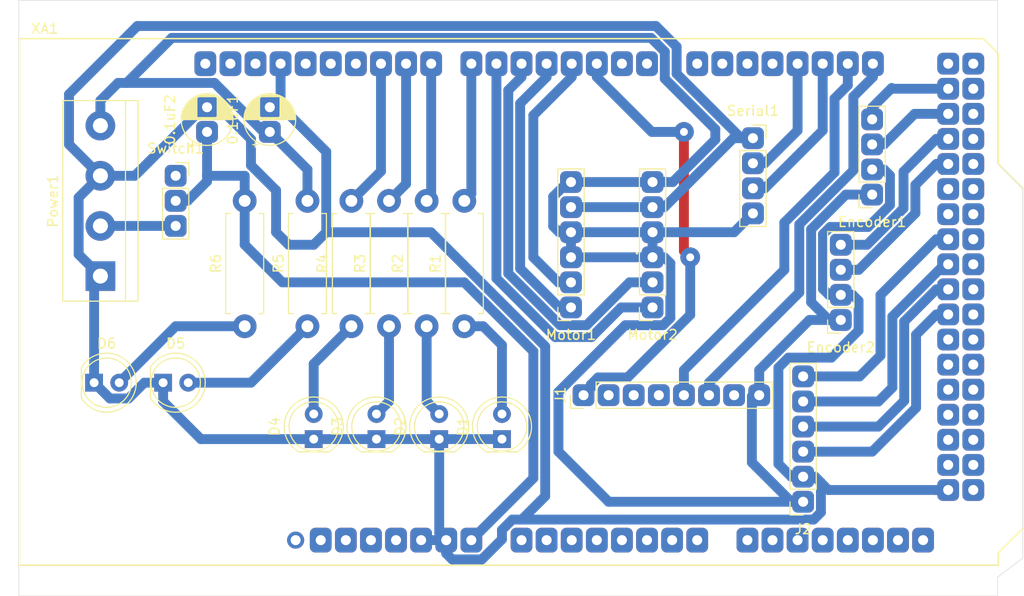
<source format=kicad_pcb>
(kicad_pcb (version 20171130) (host pcbnew "(5.1.4)-1")

  (general
    (thickness 1.6)
    (drawings 9)
    (tracks 272)
    (zones 0)
    (modules 24)
    (nets 95)
  )

  (page A4)
  (layers
    (0 F.Cu signal)
    (31 B.Cu signal)
    (32 B.Adhes user)
    (33 F.Adhes user)
    (34 B.Paste user)
    (35 F.Paste user)
    (36 B.SilkS user)
    (37 F.SilkS user)
    (38 B.Mask user)
    (39 F.Mask user)
    (40 Dwgs.User user)
    (41 Cmts.User user)
    (42 Eco1.User user)
    (43 Eco2.User user)
    (44 Edge.Cuts user)
    (45 Margin user)
    (46 B.CrtYd user)
    (47 F.CrtYd user)
    (48 B.Fab user)
    (49 F.Fab user)
  )

  (setup
    (last_trace_width 1)
    (user_trace_width 1)
    (trace_clearance 0.2)
    (zone_clearance 0.508)
    (zone_45_only no)
    (trace_min 0.2)
    (via_size 0.8)
    (via_drill 0.4)
    (via_min_size 0.4)
    (via_min_drill 0.3)
    (uvia_size 0.3)
    (uvia_drill 0.1)
    (uvias_allowed no)
    (uvia_min_size 0.2)
    (uvia_min_drill 0.1)
    (edge_width 0.05)
    (segment_width 0.2)
    (pcb_text_width 0.3)
    (pcb_text_size 1.5 1.5)
    (mod_edge_width 0.12)
    (mod_text_size 1 1)
    (mod_text_width 0.15)
    (pad_size 2.2 2.2)
    (pad_drill 1.016)
    (pad_to_mask_clearance 0.051)
    (solder_mask_min_width 0.25)
    (aux_axis_origin 0 0)
    (visible_elements 7FFFFFFF)
    (pcbplotparams
      (layerselection 0x010fc_ffffffff)
      (usegerberextensions true)
      (usegerberattributes false)
      (usegerberadvancedattributes false)
      (creategerberjobfile false)
      (excludeedgelayer true)
      (linewidth 0.100000)
      (plotframeref false)
      (viasonmask false)
      (mode 1)
      (useauxorigin false)
      (hpglpennumber 1)
      (hpglpenspeed 20)
      (hpglpendiameter 15.000000)
      (psnegative false)
      (psa4output false)
      (plotreference true)
      (plotvalue true)
      (plotinvisibletext false)
      (padsonsilk false)
      (subtractmaskfromsilk false)
      (outputformat 1)
      (mirror false)
      (drillshape 0)
      (scaleselection 1)
      (outputdirectory ""))
  )

  (net 0 "")
  (net 1 GND)
  (net 2 +5V)
  (net 3 +12V)
  (net 4 "Net-(D1-Pad2)")
  (net 5 "Net-(D2-Pad2)")
  (net 6 "Net-(D3-Pad2)")
  (net 7 "Net-(D4-Pad2)")
  (net 8 "Net-(D5-Pad2)")
  (net 9 "Net-(D6-Pad2)")
  (net 10 "Net-(Encoder1-Pad4)")
  (net 11 "Net-(Encoder1-Pad3)")
  (net 12 "Net-(Encoder2-Pad3)")
  (net 13 "Net-(Encoder2-Pad4)")
  (net 14 "Net-(J1-Pad1)")
  (net 15 "Net-(J1-Pad2)")
  (net 16 "Net-(J2-Pad3)")
  (net 17 "Net-(J2-Pad4)")
  (net 18 "Net-(J2-Pad5)")
  (net 19 "Net-(J2-Pad6)")
  (net 20 "Net-(Motor1-Pad1)")
  (net 21 "Net-(Motor1-Pad2)")
  (net 22 "Net-(Motor2-Pad2)")
  (net 23 "Net-(Motor2-Pad1)")
  (net 24 "Net-(Power1-Pad2)")
  (net 25 "Net-(R1-Pad2)")
  (net 26 "Net-(R2-Pad2)")
  (net 27 "Net-(R3-Pad2)")
  (net 28 "Net-(R4-Pad2)")
  (net 29 "Net-(Serial1-Pad2)")
  (net 30 "Net-(Switch1-Pad1)")
  (net 31 "Net-(XA1-PadA0)")
  (net 32 "Net-(XA1-Pad5V1)")
  (net 33 "Net-(XA1-Pad3V3)")
  (net 34 "Net-(XA1-PadRST1)")
  (net 35 "Net-(XA1-PadIORF)")
  (net 36 "Net-(Serial1-Pad3)")
  (net 37 "Net-(XA1-PadD17)")
  (net 38 "Net-(XA1-PadD16)")
  (net 39 "Net-(XA1-PadD15)")
  (net 40 "Net-(XA1-PadD14)")
  (net 41 "Net-(XA1-PadD0)")
  (net 42 "Net-(XA1-PadD1)")
  (net 43 "Net-(XA1-PadSCL1)")
  (net 44 "Net-(XA1-PadSDA1)")
  (net 45 "Net-(XA1-PadAREF)")
  (net 46 "Net-(XA1-PadD13)")
  (net 47 "Net-(XA1-PadD12)")
  (net 48 "Net-(XA1-PadD11)")
  (net 49 "Net-(XA1-PadA1)")
  (net 50 "Net-(XA1-PadA2)")
  (net 51 "Net-(XA1-PadA3)")
  (net 52 "Net-(XA1-PadA4)")
  (net 53 "Net-(XA1-PadA5)")
  (net 54 "Net-(XA1-PadA6)")
  (net 55 "Net-(XA1-PadA7)")
  (net 56 "Net-(XA1-PadA8)")
  (net 57 "Net-(XA1-PadA9)")
  (net 58 "Net-(XA1-PadA10)")
  (net 59 "Net-(XA1-PadA11)")
  (net 60 "Net-(XA1-PadDAC0)")
  (net 61 "Net-(XA1-PadDAC1)")
  (net 62 "Net-(XA1-PadCANR)")
  (net 63 "Net-(XA1-PadCANT)")
  (net 64 "Net-(XA1-Pad5V3)")
  (net 65 "Net-(XA1-Pad5V4)")
  (net 66 "Net-(XA1-PadD23)")
  (net 67 "Net-(XA1-PadD25)")
  (net 68 "Net-(XA1-PadD27)")
  (net 69 "Net-(XA1-PadD29)")
  (net 70 "Net-(XA1-PadD30)")
  (net 71 "Net-(XA1-PadD31)")
  (net 72 "Net-(XA1-PadD32)")
  (net 73 "Net-(XA1-PadD33)")
  (net 74 "Net-(XA1-PadD35)")
  (net 75 "Net-(XA1-PadD37)")
  (net 76 "Net-(XA1-PadD39)")
  (net 77 "Net-(XA1-PadD41)")
  (net 78 "Net-(XA1-PadD42)")
  (net 79 "Net-(XA1-PadD43)")
  (net 80 "Net-(XA1-PadD44)")
  (net 81 "Net-(XA1-PadD45)")
  (net 82 "Net-(XA1-PadD46)")
  (net 83 "Net-(XA1-PadD47)")
  (net 84 "Net-(XA1-PadD48)")
  (net 85 "Net-(XA1-PadD49)")
  (net 86 "Net-(XA1-PadD50)")
  (net 87 "Net-(XA1-PadD51)")
  (net 88 "Net-(XA1-PadD52)")
  (net 89 "Net-(XA1-PadD53)")
  (net 90 "Net-(XA1-PadGND6)")
  (net 91 "Net-(J1-Pad3)")
  (net 92 "Net-(J1-Pad4)")
  (net 93 SDA)
  (net 94 SCL)

  (net_class Default "This is the default net class."
    (clearance 0.2)
    (trace_width 0.25)
    (via_dia 0.8)
    (via_drill 0.4)
    (uvia_dia 0.3)
    (uvia_drill 0.1)
    (add_net +12V)
    (add_net +5V)
    (add_net GND)
    (add_net "Net-(D1-Pad2)")
    (add_net "Net-(D2-Pad2)")
    (add_net "Net-(D3-Pad2)")
    (add_net "Net-(D4-Pad2)")
    (add_net "Net-(D5-Pad2)")
    (add_net "Net-(D6-Pad2)")
    (add_net "Net-(Encoder1-Pad3)")
    (add_net "Net-(Encoder1-Pad4)")
    (add_net "Net-(Encoder2-Pad3)")
    (add_net "Net-(Encoder2-Pad4)")
    (add_net "Net-(J1-Pad1)")
    (add_net "Net-(J1-Pad2)")
    (add_net "Net-(J1-Pad3)")
    (add_net "Net-(J1-Pad4)")
    (add_net "Net-(J2-Pad3)")
    (add_net "Net-(J2-Pad4)")
    (add_net "Net-(J2-Pad5)")
    (add_net "Net-(J2-Pad6)")
    (add_net "Net-(Motor1-Pad1)")
    (add_net "Net-(Motor1-Pad2)")
    (add_net "Net-(Motor2-Pad1)")
    (add_net "Net-(Motor2-Pad2)")
    (add_net "Net-(Power1-Pad2)")
    (add_net "Net-(R1-Pad2)")
    (add_net "Net-(R2-Pad2)")
    (add_net "Net-(R3-Pad2)")
    (add_net "Net-(R4-Pad2)")
    (add_net "Net-(Serial1-Pad2)")
    (add_net "Net-(Serial1-Pad3)")
    (add_net "Net-(Switch1-Pad1)")
    (add_net "Net-(XA1-Pad3V3)")
    (add_net "Net-(XA1-Pad5V1)")
    (add_net "Net-(XA1-Pad5V3)")
    (add_net "Net-(XA1-Pad5V4)")
    (add_net "Net-(XA1-PadA0)")
    (add_net "Net-(XA1-PadA1)")
    (add_net "Net-(XA1-PadA10)")
    (add_net "Net-(XA1-PadA11)")
    (add_net "Net-(XA1-PadA2)")
    (add_net "Net-(XA1-PadA3)")
    (add_net "Net-(XA1-PadA4)")
    (add_net "Net-(XA1-PadA5)")
    (add_net "Net-(XA1-PadA6)")
    (add_net "Net-(XA1-PadA7)")
    (add_net "Net-(XA1-PadA8)")
    (add_net "Net-(XA1-PadA9)")
    (add_net "Net-(XA1-PadAREF)")
    (add_net "Net-(XA1-PadCANR)")
    (add_net "Net-(XA1-PadCANT)")
    (add_net "Net-(XA1-PadD0)")
    (add_net "Net-(XA1-PadD1)")
    (add_net "Net-(XA1-PadD11)")
    (add_net "Net-(XA1-PadD12)")
    (add_net "Net-(XA1-PadD13)")
    (add_net "Net-(XA1-PadD14)")
    (add_net "Net-(XA1-PadD15)")
    (add_net "Net-(XA1-PadD16)")
    (add_net "Net-(XA1-PadD17)")
    (add_net "Net-(XA1-PadD23)")
    (add_net "Net-(XA1-PadD25)")
    (add_net "Net-(XA1-PadD27)")
    (add_net "Net-(XA1-PadD29)")
    (add_net "Net-(XA1-PadD30)")
    (add_net "Net-(XA1-PadD31)")
    (add_net "Net-(XA1-PadD32)")
    (add_net "Net-(XA1-PadD33)")
    (add_net "Net-(XA1-PadD35)")
    (add_net "Net-(XA1-PadD37)")
    (add_net "Net-(XA1-PadD39)")
    (add_net "Net-(XA1-PadD41)")
    (add_net "Net-(XA1-PadD42)")
    (add_net "Net-(XA1-PadD43)")
    (add_net "Net-(XA1-PadD44)")
    (add_net "Net-(XA1-PadD45)")
    (add_net "Net-(XA1-PadD46)")
    (add_net "Net-(XA1-PadD47)")
    (add_net "Net-(XA1-PadD48)")
    (add_net "Net-(XA1-PadD49)")
    (add_net "Net-(XA1-PadD50)")
    (add_net "Net-(XA1-PadD51)")
    (add_net "Net-(XA1-PadD52)")
    (add_net "Net-(XA1-PadD53)")
    (add_net "Net-(XA1-PadDAC0)")
    (add_net "Net-(XA1-PadDAC1)")
    (add_net "Net-(XA1-PadGND6)")
    (add_net "Net-(XA1-PadIORF)")
    (add_net "Net-(XA1-PadRST1)")
    (add_net "Net-(XA1-PadSCL1)")
    (add_net "Net-(XA1-PadSDA1)")
    (add_net SCL)
    (add_net SDA)
  )

  (module Connector_PinSocket_2.54mm:PinSocket_1x06_P2.54mm_Vertical (layer F.Cu) (tedit 5A19A430) (tstamp 5FB2CA09)
    (at 107.95 80.645 180)
    (descr "Through hole straight socket strip, 1x06, 2.54mm pitch, single row (from Kicad 4.0.7), script generated")
    (tags "Through hole socket strip THT 1x06 2.54mm single row")
    (path /5FB6E5FD)
    (fp_text reference Motor2 (at 0 -2.77) (layer F.SilkS)
      (effects (font (size 1 1) (thickness 0.15)))
    )
    (fp_text value Motor2 (at 0 15.47) (layer F.Fab)
      (effects (font (size 1 1) (thickness 0.15)))
    )
    (fp_text user %R (at -2.335001 5.794999 90) (layer F.Fab)
      (effects (font (size 1 1) (thickness 0.15)))
    )
    (fp_line (start -1.8 14.45) (end -1.8 -1.8) (layer F.CrtYd) (width 0.05))
    (fp_line (start 1.75 14.45) (end -1.8 14.45) (layer F.CrtYd) (width 0.05))
    (fp_line (start 1.75 -1.8) (end 1.75 14.45) (layer F.CrtYd) (width 0.05))
    (fp_line (start -1.8 -1.8) (end 1.75 -1.8) (layer F.CrtYd) (width 0.05))
    (fp_line (start 0 -1.33) (end 1.33 -1.33) (layer F.SilkS) (width 0.12))
    (fp_line (start 1.33 -1.33) (end 1.33 0) (layer F.SilkS) (width 0.12))
    (fp_line (start 1.33 1.27) (end 1.33 14.03) (layer F.SilkS) (width 0.12))
    (fp_line (start -1.33 14.03) (end 1.33 14.03) (layer F.SilkS) (width 0.12))
    (fp_line (start -1.33 1.27) (end -1.33 14.03) (layer F.SilkS) (width 0.12))
    (fp_line (start -1.33 1.27) (end 1.33 1.27) (layer F.SilkS) (width 0.12))
    (fp_line (start -1.27 13.97) (end -1.27 -1.27) (layer F.Fab) (width 0.1))
    (fp_line (start 1.27 13.97) (end -1.27 13.97) (layer F.Fab) (width 0.1))
    (fp_line (start 1.27 -0.635) (end 1.27 13.97) (layer F.Fab) (width 0.1))
    (fp_line (start 0.635 -1.27) (end 1.27 -0.635) (layer F.Fab) (width 0.1))
    (fp_line (start -1.27 -1.27) (end 0.635 -1.27) (layer F.Fab) (width 0.1))
    (pad 6 thru_hole roundrect (at 0 12.7 180) (size 2.2 2.2) (drill 1.016) (layers *.Cu *.Mask) (roundrect_rratio 0.25)
      (net 2 +5V))
    (pad 5 thru_hole roundrect (at 0 10.16 180) (size 2.2 2.2) (drill 1.016) (layers *.Cu *.Mask) (roundrect_rratio 0.25)
      (net 1 GND))
    (pad 4 thru_hole roundrect (at 0 7.62 180) (size 2.2 2.2) (drill 1.016) (layers *.Cu *.Mask) (roundrect_rratio 0.25)
      (net 2 +5V))
    (pad 3 thru_hole roundrect (at 0 5.08 180) (size 2.2 2.2) (drill 1.016) (layers *.Cu *.Mask) (roundrect_rratio 0.25)
      (net 2 +5V))
    (pad 2 thru_hole roundrect (at 0 2.54 180) (size 2.2 2.2) (drill 1.016) (layers *.Cu *.Mask) (roundrect_rratio 0.25)
      (net 22 "Net-(Motor2-Pad2)"))
    (pad 1 thru_hole roundrect (at 0 0 180) (size 2.2 2.2) (drill 1.016) (layers *.Cu *.Mask) (roundrect_rratio 0.25)
      (net 23 "Net-(Motor2-Pad1)"))
    (model ${KISYS3DMOD}/Connector_PinSocket_2.54mm.3dshapes/PinSocket_1x06_P2.54mm_Vertical.wrl
      (at (xyz 0 0 0))
      (scale (xyz 1 1 1))
      (rotate (xyz 0 0 0))
    )
  )

  (module Arduino:Arduino_Due_Shield (layer F.Cu) (tedit 5FD6E555) (tstamp 5FB2CB40)
    (at 43.890001 106.755001)
    (descr https://store.arduino.cc/arduino-due)
    (path /5E8FAD0D)
    (fp_text reference XA1 (at 2.54 -54.356) (layer F.SilkS)
      (effects (font (size 1 1) (thickness 0.15)))
    )
    (fp_text value Arduino_Due_Shield (at 15.494 -54.356) (layer F.Fab)
      (effects (font (size 1 1) (thickness 0.15)))
    )
    (fp_text user . (at 62.484 -32.004) (layer F.SilkS)
      (effects (font (size 1 1) (thickness 0.15)))
    )
    (fp_line (start 11.43 -12.065) (end 11.43 -3.175) (layer B.CrtYd) (width 0.15))
    (fp_line (start -1.905 -3.175) (end 11.43 -3.175) (layer B.CrtYd) (width 0.15))
    (fp_line (start -1.905 -12.065) (end -1.905 -3.175) (layer B.CrtYd) (width 0.15))
    (fp_line (start -1.905 -12.065) (end 11.43 -12.065) (layer B.CrtYd) (width 0.15))
    (fp_line (start 0 -53.34) (end 0 0) (layer F.SilkS) (width 0.15))
    (fp_line (start 99.06 -40.64) (end 99.06 -51.816) (layer F.SilkS) (width 0.15))
    (fp_line (start 101.6 -38.1) (end 99.06 -40.64) (layer F.SilkS) (width 0.15))
    (fp_line (start 101.6 -3.81) (end 101.6 -38.1) (layer F.SilkS) (width 0.15))
    (fp_line (start 99.06 -1.27) (end 101.6 -3.81) (layer F.SilkS) (width 0.15))
    (fp_line (start 99.06 0) (end 99.06 -1.27) (layer F.SilkS) (width 0.15))
    (fp_line (start 97.536 -53.34) (end 99.06 -51.816) (layer F.SilkS) (width 0.15))
    (fp_line (start 0 0) (end 99.06 0) (layer F.SilkS) (width 0.15))
    (fp_line (start 0 -53.34) (end 97.536 -53.34) (layer F.SilkS) (width 0.15))
    (pad A0 thru_hole roundrect (at 50.8 -2.54) (size 2.2 2.5) (drill 1.016) (layers *.Cu *.Mask) (roundrect_rratio 0.25)
      (net 31 "Net-(XA1-PadA0)"))
    (pad VIN thru_hole roundrect (at 45.72 -2.54) (size 2.2 2.5) (drill 1.016) (layers *.Cu *.Mask) (roundrect_rratio 0.25)
      (net 3 +12V))
    (pad GND3 thru_hole roundrect (at 43.18 -2.54) (size 2.2 2.5) (drill 1.016) (layers *.Cu *.Mask) (roundrect_rratio 0.25)
      (net 1 GND))
    (pad GND2 thru_hole roundrect (at 40.64 -2.54) (size 2.2 2.5) (drill 1.016) (layers *.Cu *.Mask) (roundrect_rratio 0.25)
      (net 1 GND))
    (pad 5V1 thru_hole roundrect (at 38.1 -2.54) (size 2.2 2.5) (drill 1.016) (layers *.Cu *.Mask) (roundrect_rratio 0.25)
      (net 32 "Net-(XA1-Pad5V1)"))
    (pad 3V3 thru_hole roundrect (at 35.56 -2.54) (size 2.2 2.5) (drill 1.016) (layers *.Cu *.Mask) (roundrect_rratio 0.25)
      (net 33 "Net-(XA1-Pad3V3)"))
    (pad RST1 thru_hole roundrect (at 33.02 -2.54) (size 2.2 2.5) (drill 1.016) (layers *.Cu *.Mask) (roundrect_rratio 0.25)
      (net 34 "Net-(XA1-PadRST1)"))
    (pad IORF thru_hole roundrect (at 30.48 -2.54) (size 2.2 2.5) (drill 1.016) (layers *.Cu *.Mask) (roundrect_rratio 0.25)
      (net 35 "Net-(XA1-PadIORF)"))
    (pad D21 thru_hole roundrect (at 86.36 -50.8) (size 2.2 2.5) (drill 1.016) (layers *.Cu *.Mask) (roundrect_rratio 0.25)
      (net 94 SCL))
    (pad D20 thru_hole roundrect (at 83.82 -50.8) (size 2.2 2.5) (drill 1.016) (layers *.Cu *.Mask) (roundrect_rratio 0.25)
      (net 93 SDA))
    (pad D19 thru_hole roundrect (at 81.28 -50.8) (size 2.2 2.5) (drill 1.016) (layers *.Cu *.Mask) (roundrect_rratio 0.25)
      (net 36 "Net-(Serial1-Pad3)"))
    (pad D18 thru_hole roundrect (at 78.74 -50.8) (size 2.2 2.5) (drill 1.016) (layers *.Cu *.Mask) (roundrect_rratio 0.25)
      (net 29 "Net-(Serial1-Pad2)"))
    (pad D17 thru_hole roundrect (at 76.2 -50.8) (size 2.2 2.5) (drill 1.016) (layers *.Cu *.Mask) (roundrect_rratio 0.25)
      (net 37 "Net-(XA1-PadD17)"))
    (pad D16 thru_hole roundrect (at 73.66 -50.8) (size 2.2 2.5) (drill 1.016) (layers *.Cu *.Mask) (roundrect_rratio 0.25)
      (net 38 "Net-(XA1-PadD16)"))
    (pad D15 thru_hole roundrect (at 71.12 -50.8) (size 2.2 2.5) (drill 1.016) (layers *.Cu *.Mask) (roundrect_rratio 0.25)
      (net 39 "Net-(XA1-PadD15)"))
    (pad D14 thru_hole roundrect (at 68.58 -50.8) (size 2.2 2.5) (drill 1.016) (layers *.Cu *.Mask) (roundrect_rratio 0.25)
      (net 40 "Net-(XA1-PadD14)"))
    (pad D0 thru_hole roundrect (at 63.5 -50.8) (size 2.2 2.5) (drill 1.016) (layers *.Cu *.Mask) (roundrect_rratio 0.25)
      (net 41 "Net-(XA1-PadD0)"))
    (pad D1 thru_hole roundrect (at 60.96 -50.8) (size 2.2 2.5) (drill 1.016) (layers *.Cu *.Mask) (roundrect_rratio 0.25)
      (net 42 "Net-(XA1-PadD1)"))
    (pad D2 thru_hole roundrect (at 58.42 -50.8) (size 2.2 2.5) (drill 1.016) (layers *.Cu *.Mask) (roundrect_rratio 0.25)
      (net 14 "Net-(J1-Pad1)"))
    (pad D3 thru_hole roundrect (at 55.88 -50.8) (size 2.2 2.5) (drill 1.016) (layers *.Cu *.Mask) (roundrect_rratio 0.25)
      (net 21 "Net-(Motor1-Pad2)"))
    (pad D4 thru_hole roundrect (at 53.34 -50.8) (size 2.2 2.5) (drill 1.016) (layers *.Cu *.Mask) (roundrect_rratio 0.25)
      (net 20 "Net-(Motor1-Pad1)"))
    (pad D5 thru_hole roundrect (at 50.8 -50.8) (size 2.2 2.5) (drill 1.016) (layers *.Cu *.Mask) (roundrect_rratio 0.25)
      (net 22 "Net-(Motor2-Pad2)"))
    (pad D6 thru_hole roundrect (at 48.26 -50.8) (size 2.2 2.5) (drill 1.016) (layers *.Cu *.Mask) (roundrect_rratio 0.25)
      (net 23 "Net-(Motor2-Pad1)"))
    (pad D7 thru_hole roundrect (at 45.72 -50.8) (size 2.2 2.5) (drill 1.016) (layers *.Cu *.Mask) (roundrect_rratio 0.25)
      (net 25 "Net-(R1-Pad2)"))
    (pad GND1 thru_hole roundrect (at 26.416 -50.8) (size 2.2 2.5) (drill 1.016) (layers *.Cu *.Mask) (roundrect_rratio 0.25)
      (net 1 GND))
    (pad D8 thru_hole roundrect (at 41.656 -50.8) (size 2.2 2.5) (drill 1.016) (layers *.Cu *.Mask) (roundrect_rratio 0.25)
      (net 26 "Net-(R2-Pad2)"))
    (pad D9 thru_hole roundrect (at 39.116 -50.8) (size 2.2 2.5) (drill 1.016) (layers *.Cu *.Mask) (roundrect_rratio 0.25)
      (net 27 "Net-(R3-Pad2)"))
    (pad D10 thru_hole roundrect (at 36.576 -50.8) (size 2.2 2.5) (drill 1.016) (layers *.Cu *.Mask) (roundrect_rratio 0.25)
      (net 28 "Net-(R4-Pad2)"))
    (pad SCL1 thru_hole roundrect (at 18.796 -50.8) (size 2.2 2.5) (drill 1.016) (layers *.Cu *.Mask) (roundrect_rratio 0.25)
      (net 43 "Net-(XA1-PadSCL1)"))
    (pad SDA1 thru_hole roundrect (at 21.336 -50.8) (size 2.2 2.5) (drill 1.016) (layers *.Cu *.Mask) (roundrect_rratio 0.25)
      (net 44 "Net-(XA1-PadSDA1)"))
    (pad AREF thru_hole roundrect (at 23.876 -50.8) (size 2.2 2.5) (drill 1.016) (layers *.Cu *.Mask) (roundrect_rratio 0.25)
      (net 45 "Net-(XA1-PadAREF)"))
    (pad D13 thru_hole roundrect (at 28.956 -50.8) (size 2.2 2.5) (drill 1.016) (layers *.Cu *.Mask) (roundrect_rratio 0.25)
      (net 46 "Net-(XA1-PadD13)"))
    (pad D12 thru_hole roundrect (at 31.496 -50.8) (size 2.2 2.5) (drill 1.016) (layers *.Cu *.Mask) (roundrect_rratio 0.25)
      (net 47 "Net-(XA1-PadD12)"))
    (pad D11 thru_hole roundrect (at 34.036 -50.8) (size 2.2 2.5) (drill 1.016) (layers *.Cu *.Mask) (roundrect_rratio 0.25)
      (net 48 "Net-(XA1-PadD11)"))
    (pad "" thru_hole oval (at 27.94 -2.54) (size 1.7272 1.7272) (drill 1.016) (layers *.Cu *.Mask))
    (pad A1 thru_hole roundrect (at 53.34 -2.54) (size 2.2 2.5) (drill 1.016) (layers *.Cu *.Mask) (roundrect_rratio 0.25)
      (net 49 "Net-(XA1-PadA1)"))
    (pad A2 thru_hole roundrect (at 55.88 -2.54) (size 2.2 2.5) (drill 1.016) (layers *.Cu *.Mask) (roundrect_rratio 0.25)
      (net 50 "Net-(XA1-PadA2)"))
    (pad A3 thru_hole roundrect (at 58.42 -2.54) (size 2.2 2.5) (drill 1.016) (layers *.Cu *.Mask) (roundrect_rratio 0.25)
      (net 51 "Net-(XA1-PadA3)"))
    (pad A4 thru_hole roundrect (at 60.96 -2.54) (size 2.2 2.5) (drill 1.016) (layers *.Cu *.Mask) (roundrect_rratio 0.25)
      (net 52 "Net-(XA1-PadA4)"))
    (pad A5 thru_hole roundrect (at 63.5 -2.54) (size 2.2 2.5) (drill 1.016) (layers *.Cu *.Mask) (roundrect_rratio 0.25)
      (net 53 "Net-(XA1-PadA5)"))
    (pad A6 thru_hole roundrect (at 66.04 -2.54) (size 2.2 2.5) (drill 1.016) (layers *.Cu *.Mask) (roundrect_rratio 0.25)
      (net 54 "Net-(XA1-PadA6)"))
    (pad A7 thru_hole roundrect (at 68.58 -2.54) (size 2.2 2.5) (drill 1.016) (layers *.Cu *.Mask) (roundrect_rratio 0.25)
      (net 55 "Net-(XA1-PadA7)"))
    (pad A8 thru_hole roundrect (at 73.66 -2.54) (size 2.2 2.5) (drill 1.016) (layers *.Cu *.Mask) (roundrect_rratio 0.25)
      (net 56 "Net-(XA1-PadA8)"))
    (pad A9 thru_hole roundrect (at 76.2 -2.54) (size 2.2 2.5) (drill 1.016) (layers *.Cu *.Mask) (roundrect_rratio 0.25)
      (net 57 "Net-(XA1-PadA9)"))
    (pad A10 thru_hole roundrect (at 78.74 -2.54) (size 2.2 2.5) (drill 1.016) (layers *.Cu *.Mask) (roundrect_rratio 0.25)
      (net 58 "Net-(XA1-PadA10)"))
    (pad A11 thru_hole roundrect (at 81.28 -2.54) (size 2.2 2.5) (drill 1.016) (layers *.Cu *.Mask) (roundrect_rratio 0.25)
      (net 59 "Net-(XA1-PadA11)"))
    (pad DAC0 thru_hole roundrect (at 83.82 -2.54) (size 2.2 2.5) (drill 1.016) (layers *.Cu *.Mask) (roundrect_rratio 0.25)
      (net 60 "Net-(XA1-PadDAC0)"))
    (pad DAC1 thru_hole roundrect (at 86.36 -2.54) (size 2.2 2.5) (drill 1.016) (layers *.Cu *.Mask) (roundrect_rratio 0.25)
      (net 61 "Net-(XA1-PadDAC1)"))
    (pad CANR thru_hole roundrect (at 88.9 -2.54) (size 2.2 2.5) (drill 1.016) (layers *.Cu *.Mask) (roundrect_rratio 0.25)
      (net 62 "Net-(XA1-PadCANR)"))
    (pad CANT thru_hole roundrect (at 91.44 -2.54) (size 2.2 2.5) (drill 1.016) (layers *.Cu *.Mask) (roundrect_rratio 0.25)
      (net 63 "Net-(XA1-PadCANT)"))
    (pad 5V3 thru_hole roundrect (at 93.98 -50.8) (size 2.2 2.2) (drill 1.016) (layers *.Cu *.Mask) (roundrect_rratio 0.25)
      (net 64 "Net-(XA1-Pad5V3)"))
    (pad 5V4 thru_hole roundrect (at 96.52 -50.8) (size 2.2 2.2) (drill 1.016) (layers *.Cu *.Mask) (roundrect_rratio 0.25)
      (net 65 "Net-(XA1-Pad5V4)"))
    (pad D22 thru_hole roundrect (at 93.98 -48.26) (size 2.2 2.2) (drill 1.016) (layers *.Cu *.Mask) (roundrect_rratio 0.25)
      (net 10 "Net-(Encoder1-Pad4)"))
    (pad D23 thru_hole roundrect (at 96.52 -48.26) (size 2.2 2.2) (drill 1.016) (layers *.Cu *.Mask) (roundrect_rratio 0.25)
      (net 66 "Net-(XA1-PadD23)"))
    (pad D24 thru_hole roundrect (at 93.98 -45.72) (size 2.2 2.2) (drill 1.016) (layers *.Cu *.Mask) (roundrect_rratio 0.25)
      (net 11 "Net-(Encoder1-Pad3)"))
    (pad D25 thru_hole roundrect (at 96.52 -45.72) (size 2.2 2.2) (drill 1.016) (layers *.Cu *.Mask) (roundrect_rratio 0.25)
      (net 67 "Net-(XA1-PadD25)"))
    (pad D26 thru_hole roundrect (at 93.98 -43.18) (size 2.2 2.2) (drill 1.016) (layers *.Cu *.Mask) (roundrect_rratio 0.25)
      (net 13 "Net-(Encoder2-Pad4)"))
    (pad D27 thru_hole roundrect (at 96.52 -43.18) (size 2.2 2.2) (drill 1.016) (layers *.Cu *.Mask) (roundrect_rratio 0.25)
      (net 68 "Net-(XA1-PadD27)"))
    (pad D28 thru_hole roundrect (at 93.98 -40.64) (size 2.2 2.2) (drill 1.016) (layers *.Cu *.Mask) (roundrect_rratio 0.25)
      (net 12 "Net-(Encoder2-Pad3)"))
    (pad D29 thru_hole roundrect (at 96.52 -40.64) (size 2.2 2.2) (drill 1.016) (layers *.Cu *.Mask) (roundrect_rratio 0.25)
      (net 69 "Net-(XA1-PadD29)"))
    (pad D30 thru_hole roundrect (at 93.98 -38.1) (size 2.2 2.2) (drill 1.016) (layers *.Cu *.Mask) (roundrect_rratio 0.25)
      (net 70 "Net-(XA1-PadD30)"))
    (pad D31 thru_hole roundrect (at 96.52 -38.1) (size 2.2 2.2) (drill 1.016) (layers *.Cu *.Mask) (roundrect_rratio 0.25)
      (net 71 "Net-(XA1-PadD31)"))
    (pad D32 thru_hole roundrect (at 93.98 -35.56) (size 2.2 2.2) (drill 1.016) (layers *.Cu *.Mask) (roundrect_rratio 0.25)
      (net 72 "Net-(XA1-PadD32)"))
    (pad D33 thru_hole roundrect (at 96.52 -35.56) (size 2.2 2.2) (drill 1.016) (layers *.Cu *.Mask) (roundrect_rratio 0.25)
      (net 73 "Net-(XA1-PadD33)"))
    (pad D34 thru_hole roundrect (at 93.98 -33.02) (size 2.2 2.2) (drill 1.016) (layers *.Cu *.Mask) (roundrect_rratio 0.25)
      (net 19 "Net-(J2-Pad6)"))
    (pad D35 thru_hole roundrect (at 96.52 -33.02) (size 2.2 2.2) (drill 1.016) (layers *.Cu *.Mask) (roundrect_rratio 0.25)
      (net 74 "Net-(XA1-PadD35)"))
    (pad D36 thru_hole roundrect (at 93.98 -30.48) (size 2.2 2.2) (drill 1.016) (layers *.Cu *.Mask) (roundrect_rratio 0.25)
      (net 18 "Net-(J2-Pad5)"))
    (pad D37 thru_hole roundrect (at 96.52 -30.48) (size 2.2 2.2) (drill 1.016) (layers *.Cu *.Mask) (roundrect_rratio 0.25)
      (net 75 "Net-(XA1-PadD37)"))
    (pad D38 thru_hole roundrect (at 93.98 -27.94) (size 2.2 2.2) (drill 1.016) (layers *.Cu *.Mask) (roundrect_rratio 0.25)
      (net 17 "Net-(J2-Pad4)"))
    (pad D39 thru_hole roundrect (at 96.52 -27.94) (size 2.2 2.2) (drill 1.016) (layers *.Cu *.Mask) (roundrect_rratio 0.25)
      (net 76 "Net-(XA1-PadD39)"))
    (pad D40 thru_hole roundrect (at 93.98 -25.4) (size 2.2 2.2) (drill 1.016) (layers *.Cu *.Mask) (roundrect_rratio 0.25)
      (net 16 "Net-(J2-Pad3)"))
    (pad D41 thru_hole roundrect (at 96.52 -25.4) (size 2.2 2.2) (drill 1.016) (layers *.Cu *.Mask) (roundrect_rratio 0.25)
      (net 77 "Net-(XA1-PadD41)"))
    (pad D42 thru_hole roundrect (at 93.98 -22.86) (size 2.2 2.2) (drill 1.016) (layers *.Cu *.Mask) (roundrect_rratio 0.25)
      (net 78 "Net-(XA1-PadD42)"))
    (pad D43 thru_hole roundrect (at 96.52 -22.86) (size 2.2 2.2) (drill 1.016) (layers *.Cu *.Mask) (roundrect_rratio 0.25)
      (net 79 "Net-(XA1-PadD43)"))
    (pad D44 thru_hole roundrect (at 93.98 -20.32) (size 2.2 2.2) (drill 1.016) (layers *.Cu *.Mask) (roundrect_rratio 0.25)
      (net 80 "Net-(XA1-PadD44)"))
    (pad D45 thru_hole roundrect (at 96.52 -20.32) (size 2.2 2.2) (drill 1.016) (layers *.Cu *.Mask) (roundrect_rratio 0.25)
      (net 81 "Net-(XA1-PadD45)"))
    (pad D46 thru_hole roundrect (at 93.98 -17.78) (size 2.2 2.2) (drill 1.016) (layers *.Cu *.Mask) (roundrect_rratio 0.25)
      (net 82 "Net-(XA1-PadD46)"))
    (pad D47 thru_hole roundrect (at 96.52 -17.78) (size 2.2 2.2) (drill 1.016) (layers *.Cu *.Mask) (roundrect_rratio 0.25)
      (net 83 "Net-(XA1-PadD47)"))
    (pad D48 thru_hole roundrect (at 93.98 -15.24) (size 2.2 2.2) (drill 1.016) (layers *.Cu *.Mask) (roundrect_rratio 0.25)
      (net 84 "Net-(XA1-PadD48)"))
    (pad D49 thru_hole roundrect (at 96.52 -15.24) (size 2.2 2.2) (drill 1.016) (layers *.Cu *.Mask) (roundrect_rratio 0.25)
      (net 85 "Net-(XA1-PadD49)"))
    (pad D50 thru_hole roundrect (at 93.98 -12.7) (size 2.2 2.2) (drill 1.016) (layers *.Cu *.Mask) (roundrect_rratio 0.25)
      (net 86 "Net-(XA1-PadD50)"))
    (pad D51 thru_hole roundrect (at 96.52 -12.7) (size 2.2 2.2) (drill 1.016) (layers *.Cu *.Mask) (roundrect_rratio 0.25)
      (net 87 "Net-(XA1-PadD51)"))
    (pad D52 thru_hole roundrect (at 93.98 -10.16) (size 2.2 2.2) (drill 1.016) (layers *.Cu *.Mask) (roundrect_rratio 0.25)
      (net 88 "Net-(XA1-PadD52)"))
    (pad D53 thru_hole roundrect (at 96.52 -10.16) (size 2.2 2.2) (drill 1.016) (layers *.Cu *.Mask) (roundrect_rratio 0.25)
      (net 89 "Net-(XA1-PadD53)"))
    (pad GND5 thru_hole roundrect (at 93.98 -7.62) (size 2.2 2.2) (drill 1.016) (layers *.Cu *.Mask) (roundrect_rratio 0.25)
      (net 1 GND))
    (pad GND6 thru_hole roundrect (at 96.52 -7.62) (size 2.2 2.2) (drill 1.016) (layers *.Cu *.Mask) (roundrect_rratio 0.25)
      (net 90 "Net-(XA1-PadGND6)"))
  )

  (module Capacitor_THT:CP_Radial_D5.0mm_P2.50mm (layer F.Cu) (tedit 5AE50EF0) (tstamp 5FB2C885)
    (at 69.215 62.865 90)
    (descr "CP, Radial series, Radial, pin pitch=2.50mm, , diameter=5mm, Electrolytic Capacitor")
    (tags "CP Radial series Radial pin pitch 2.50mm  diameter 5mm Electrolytic Capacitor")
    (path /5FB3F1E6)
    (fp_text reference 0.1uF1 (at 1.25 -3.75 90) (layer F.SilkS)
      (effects (font (size 1 1) (thickness 0.15)))
    )
    (fp_text value C_Small (at 1.25 3.75 90) (layer F.Fab)
      (effects (font (size 1 1) (thickness 0.15)))
    )
    (fp_text user %R (at 1.25 0 90) (layer F.Fab)
      (effects (font (size 1 1) (thickness 0.15)))
    )
    (fp_line (start -1.304775 -1.725) (end -1.304775 -1.225) (layer F.SilkS) (width 0.12))
    (fp_line (start -1.554775 -1.475) (end -1.054775 -1.475) (layer F.SilkS) (width 0.12))
    (fp_line (start 3.851 -0.284) (end 3.851 0.284) (layer F.SilkS) (width 0.12))
    (fp_line (start 3.811 -0.518) (end 3.811 0.518) (layer F.SilkS) (width 0.12))
    (fp_line (start 3.771 -0.677) (end 3.771 0.677) (layer F.SilkS) (width 0.12))
    (fp_line (start 3.731 -0.805) (end 3.731 0.805) (layer F.SilkS) (width 0.12))
    (fp_line (start 3.691 -0.915) (end 3.691 0.915) (layer F.SilkS) (width 0.12))
    (fp_line (start 3.651 -1.011) (end 3.651 1.011) (layer F.SilkS) (width 0.12))
    (fp_line (start 3.611 -1.098) (end 3.611 1.098) (layer F.SilkS) (width 0.12))
    (fp_line (start 3.571 -1.178) (end 3.571 1.178) (layer F.SilkS) (width 0.12))
    (fp_line (start 3.531 1.04) (end 3.531 1.251) (layer F.SilkS) (width 0.12))
    (fp_line (start 3.531 -1.251) (end 3.531 -1.04) (layer F.SilkS) (width 0.12))
    (fp_line (start 3.491 1.04) (end 3.491 1.319) (layer F.SilkS) (width 0.12))
    (fp_line (start 3.491 -1.319) (end 3.491 -1.04) (layer F.SilkS) (width 0.12))
    (fp_line (start 3.451 1.04) (end 3.451 1.383) (layer F.SilkS) (width 0.12))
    (fp_line (start 3.451 -1.383) (end 3.451 -1.04) (layer F.SilkS) (width 0.12))
    (fp_line (start 3.411 1.04) (end 3.411 1.443) (layer F.SilkS) (width 0.12))
    (fp_line (start 3.411 -1.443) (end 3.411 -1.04) (layer F.SilkS) (width 0.12))
    (fp_line (start 3.371 1.04) (end 3.371 1.5) (layer F.SilkS) (width 0.12))
    (fp_line (start 3.371 -1.5) (end 3.371 -1.04) (layer F.SilkS) (width 0.12))
    (fp_line (start 3.331 1.04) (end 3.331 1.554) (layer F.SilkS) (width 0.12))
    (fp_line (start 3.331 -1.554) (end 3.331 -1.04) (layer F.SilkS) (width 0.12))
    (fp_line (start 3.291 1.04) (end 3.291 1.605) (layer F.SilkS) (width 0.12))
    (fp_line (start 3.291 -1.605) (end 3.291 -1.04) (layer F.SilkS) (width 0.12))
    (fp_line (start 3.251 1.04) (end 3.251 1.653) (layer F.SilkS) (width 0.12))
    (fp_line (start 3.251 -1.653) (end 3.251 -1.04) (layer F.SilkS) (width 0.12))
    (fp_line (start 3.211 1.04) (end 3.211 1.699) (layer F.SilkS) (width 0.12))
    (fp_line (start 3.211 -1.699) (end 3.211 -1.04) (layer F.SilkS) (width 0.12))
    (fp_line (start 3.171 1.04) (end 3.171 1.743) (layer F.SilkS) (width 0.12))
    (fp_line (start 3.171 -1.743) (end 3.171 -1.04) (layer F.SilkS) (width 0.12))
    (fp_line (start 3.131 1.04) (end 3.131 1.785) (layer F.SilkS) (width 0.12))
    (fp_line (start 3.131 -1.785) (end 3.131 -1.04) (layer F.SilkS) (width 0.12))
    (fp_line (start 3.091 1.04) (end 3.091 1.826) (layer F.SilkS) (width 0.12))
    (fp_line (start 3.091 -1.826) (end 3.091 -1.04) (layer F.SilkS) (width 0.12))
    (fp_line (start 3.051 1.04) (end 3.051 1.864) (layer F.SilkS) (width 0.12))
    (fp_line (start 3.051 -1.864) (end 3.051 -1.04) (layer F.SilkS) (width 0.12))
    (fp_line (start 3.011 1.04) (end 3.011 1.901) (layer F.SilkS) (width 0.12))
    (fp_line (start 3.011 -1.901) (end 3.011 -1.04) (layer F.SilkS) (width 0.12))
    (fp_line (start 2.971 1.04) (end 2.971 1.937) (layer F.SilkS) (width 0.12))
    (fp_line (start 2.971 -1.937) (end 2.971 -1.04) (layer F.SilkS) (width 0.12))
    (fp_line (start 2.931 1.04) (end 2.931 1.971) (layer F.SilkS) (width 0.12))
    (fp_line (start 2.931 -1.971) (end 2.931 -1.04) (layer F.SilkS) (width 0.12))
    (fp_line (start 2.891 1.04) (end 2.891 2.004) (layer F.SilkS) (width 0.12))
    (fp_line (start 2.891 -2.004) (end 2.891 -1.04) (layer F.SilkS) (width 0.12))
    (fp_line (start 2.851 1.04) (end 2.851 2.035) (layer F.SilkS) (width 0.12))
    (fp_line (start 2.851 -2.035) (end 2.851 -1.04) (layer F.SilkS) (width 0.12))
    (fp_line (start 2.811 1.04) (end 2.811 2.065) (layer F.SilkS) (width 0.12))
    (fp_line (start 2.811 -2.065) (end 2.811 -1.04) (layer F.SilkS) (width 0.12))
    (fp_line (start 2.771 1.04) (end 2.771 2.095) (layer F.SilkS) (width 0.12))
    (fp_line (start 2.771 -2.095) (end 2.771 -1.04) (layer F.SilkS) (width 0.12))
    (fp_line (start 2.731 1.04) (end 2.731 2.122) (layer F.SilkS) (width 0.12))
    (fp_line (start 2.731 -2.122) (end 2.731 -1.04) (layer F.SilkS) (width 0.12))
    (fp_line (start 2.691 1.04) (end 2.691 2.149) (layer F.SilkS) (width 0.12))
    (fp_line (start 2.691 -2.149) (end 2.691 -1.04) (layer F.SilkS) (width 0.12))
    (fp_line (start 2.651 1.04) (end 2.651 2.175) (layer F.SilkS) (width 0.12))
    (fp_line (start 2.651 -2.175) (end 2.651 -1.04) (layer F.SilkS) (width 0.12))
    (fp_line (start 2.611 1.04) (end 2.611 2.2) (layer F.SilkS) (width 0.12))
    (fp_line (start 2.611 -2.2) (end 2.611 -1.04) (layer F.SilkS) (width 0.12))
    (fp_line (start 2.571 1.04) (end 2.571 2.224) (layer F.SilkS) (width 0.12))
    (fp_line (start 2.571 -2.224) (end 2.571 -1.04) (layer F.SilkS) (width 0.12))
    (fp_line (start 2.531 1.04) (end 2.531 2.247) (layer F.SilkS) (width 0.12))
    (fp_line (start 2.531 -2.247) (end 2.531 -1.04) (layer F.SilkS) (width 0.12))
    (fp_line (start 2.491 1.04) (end 2.491 2.268) (layer F.SilkS) (width 0.12))
    (fp_line (start 2.491 -2.268) (end 2.491 -1.04) (layer F.SilkS) (width 0.12))
    (fp_line (start 2.451 1.04) (end 2.451 2.29) (layer F.SilkS) (width 0.12))
    (fp_line (start 2.451 -2.29) (end 2.451 -1.04) (layer F.SilkS) (width 0.12))
    (fp_line (start 2.411 1.04) (end 2.411 2.31) (layer F.SilkS) (width 0.12))
    (fp_line (start 2.411 -2.31) (end 2.411 -1.04) (layer F.SilkS) (width 0.12))
    (fp_line (start 2.371 1.04) (end 2.371 2.329) (layer F.SilkS) (width 0.12))
    (fp_line (start 2.371 -2.329) (end 2.371 -1.04) (layer F.SilkS) (width 0.12))
    (fp_line (start 2.331 1.04) (end 2.331 2.348) (layer F.SilkS) (width 0.12))
    (fp_line (start 2.331 -2.348) (end 2.331 -1.04) (layer F.SilkS) (width 0.12))
    (fp_line (start 2.291 1.04) (end 2.291 2.365) (layer F.SilkS) (width 0.12))
    (fp_line (start 2.291 -2.365) (end 2.291 -1.04) (layer F.SilkS) (width 0.12))
    (fp_line (start 2.251 1.04) (end 2.251 2.382) (layer F.SilkS) (width 0.12))
    (fp_line (start 2.251 -2.382) (end 2.251 -1.04) (layer F.SilkS) (width 0.12))
    (fp_line (start 2.211 1.04) (end 2.211 2.398) (layer F.SilkS) (width 0.12))
    (fp_line (start 2.211 -2.398) (end 2.211 -1.04) (layer F.SilkS) (width 0.12))
    (fp_line (start 2.171 1.04) (end 2.171 2.414) (layer F.SilkS) (width 0.12))
    (fp_line (start 2.171 -2.414) (end 2.171 -1.04) (layer F.SilkS) (width 0.12))
    (fp_line (start 2.131 1.04) (end 2.131 2.428) (layer F.SilkS) (width 0.12))
    (fp_line (start 2.131 -2.428) (end 2.131 -1.04) (layer F.SilkS) (width 0.12))
    (fp_line (start 2.091 1.04) (end 2.091 2.442) (layer F.SilkS) (width 0.12))
    (fp_line (start 2.091 -2.442) (end 2.091 -1.04) (layer F.SilkS) (width 0.12))
    (fp_line (start 2.051 1.04) (end 2.051 2.455) (layer F.SilkS) (width 0.12))
    (fp_line (start 2.051 -2.455) (end 2.051 -1.04) (layer F.SilkS) (width 0.12))
    (fp_line (start 2.011 1.04) (end 2.011 2.468) (layer F.SilkS) (width 0.12))
    (fp_line (start 2.011 -2.468) (end 2.011 -1.04) (layer F.SilkS) (width 0.12))
    (fp_line (start 1.971 1.04) (end 1.971 2.48) (layer F.SilkS) (width 0.12))
    (fp_line (start 1.971 -2.48) (end 1.971 -1.04) (layer F.SilkS) (width 0.12))
    (fp_line (start 1.93 1.04) (end 1.93 2.491) (layer F.SilkS) (width 0.12))
    (fp_line (start 1.93 -2.491) (end 1.93 -1.04) (layer F.SilkS) (width 0.12))
    (fp_line (start 1.89 1.04) (end 1.89 2.501) (layer F.SilkS) (width 0.12))
    (fp_line (start 1.89 -2.501) (end 1.89 -1.04) (layer F.SilkS) (width 0.12))
    (fp_line (start 1.85 1.04) (end 1.85 2.511) (layer F.SilkS) (width 0.12))
    (fp_line (start 1.85 -2.511) (end 1.85 -1.04) (layer F.SilkS) (width 0.12))
    (fp_line (start 1.81 1.04) (end 1.81 2.52) (layer F.SilkS) (width 0.12))
    (fp_line (start 1.81 -2.52) (end 1.81 -1.04) (layer F.SilkS) (width 0.12))
    (fp_line (start 1.77 1.04) (end 1.77 2.528) (layer F.SilkS) (width 0.12))
    (fp_line (start 1.77 -2.528) (end 1.77 -1.04) (layer F.SilkS) (width 0.12))
    (fp_line (start 1.73 1.04) (end 1.73 2.536) (layer F.SilkS) (width 0.12))
    (fp_line (start 1.73 -2.536) (end 1.73 -1.04) (layer F.SilkS) (width 0.12))
    (fp_line (start 1.69 1.04) (end 1.69 2.543) (layer F.SilkS) (width 0.12))
    (fp_line (start 1.69 -2.543) (end 1.69 -1.04) (layer F.SilkS) (width 0.12))
    (fp_line (start 1.65 1.04) (end 1.65 2.55) (layer F.SilkS) (width 0.12))
    (fp_line (start 1.65 -2.55) (end 1.65 -1.04) (layer F.SilkS) (width 0.12))
    (fp_line (start 1.61 1.04) (end 1.61 2.556) (layer F.SilkS) (width 0.12))
    (fp_line (start 1.61 -2.556) (end 1.61 -1.04) (layer F.SilkS) (width 0.12))
    (fp_line (start 1.57 1.04) (end 1.57 2.561) (layer F.SilkS) (width 0.12))
    (fp_line (start 1.57 -2.561) (end 1.57 -1.04) (layer F.SilkS) (width 0.12))
    (fp_line (start 1.53 1.04) (end 1.53 2.565) (layer F.SilkS) (width 0.12))
    (fp_line (start 1.53 -2.565) (end 1.53 -1.04) (layer F.SilkS) (width 0.12))
    (fp_line (start 1.49 1.04) (end 1.49 2.569) (layer F.SilkS) (width 0.12))
    (fp_line (start 1.49 -2.569) (end 1.49 -1.04) (layer F.SilkS) (width 0.12))
    (fp_line (start 1.45 -2.573) (end 1.45 2.573) (layer F.SilkS) (width 0.12))
    (fp_line (start 1.41 -2.576) (end 1.41 2.576) (layer F.SilkS) (width 0.12))
    (fp_line (start 1.37 -2.578) (end 1.37 2.578) (layer F.SilkS) (width 0.12))
    (fp_line (start 1.33 -2.579) (end 1.33 2.579) (layer F.SilkS) (width 0.12))
    (fp_line (start 1.29 -2.58) (end 1.29 2.58) (layer F.SilkS) (width 0.12))
    (fp_line (start 1.25 -2.58) (end 1.25 2.58) (layer F.SilkS) (width 0.12))
    (fp_line (start -0.633605 -1.3375) (end -0.633605 -0.8375) (layer F.Fab) (width 0.1))
    (fp_line (start -0.883605 -1.0875) (end -0.383605 -1.0875) (layer F.Fab) (width 0.1))
    (fp_circle (center 1.25 0) (end 4 0) (layer F.CrtYd) (width 0.05))
    (fp_circle (center 1.25 0) (end 3.87 0) (layer F.SilkS) (width 0.12))
    (fp_circle (center 1.25 0) (end 3.75 0) (layer F.Fab) (width 0.1))
    (pad 2 thru_hole roundrect (at 2.5 0 90) (size 2.2 2.2) (drill 1.016) (layers *.Cu *.Mask) (roundrect_rratio 0.25)
      (net 1 GND))
    (pad 1 thru_hole roundrect (at 0 0 90) (size 2.2 2.2) (drill 1.016) (layers *.Cu *.Mask) (roundrect_rratio 0.25)
      (net 2 +5V))
    (model ${KISYS3DMOD}/Capacitor_THT.3dshapes/CP_Radial_D5.0mm_P2.50mm.wrl
      (at (xyz 0 0 0))
      (scale (xyz 1 1 1))
      (rotate (xyz 0 0 0))
    )
  )

  (module Capacitor_THT:CP_Radial_D5.0mm_P2.50mm (layer F.Cu) (tedit 5AE50EF0) (tstamp 5FB2C909)
    (at 62.865 62.865 90)
    (descr "CP, Radial series, Radial, pin pitch=2.50mm, , diameter=5mm, Electrolytic Capacitor")
    (tags "CP Radial series Radial pin pitch 2.50mm  diameter 5mm Electrolytic Capacitor")
    (path /5FB4F2D3)
    (fp_text reference 0.1uF2 (at 1.25 -3.75 90) (layer F.SilkS)
      (effects (font (size 1 1) (thickness 0.15)))
    )
    (fp_text value C_Small (at 1.25 3.75 90) (layer F.Fab)
      (effects (font (size 1 1) (thickness 0.15)))
    )
    (fp_circle (center 1.25 0) (end 3.75 0) (layer F.Fab) (width 0.1))
    (fp_circle (center 1.25 0) (end 3.87 0) (layer F.SilkS) (width 0.12))
    (fp_circle (center 1.25 0) (end 4 0) (layer F.CrtYd) (width 0.05))
    (fp_line (start -0.883605 -1.0875) (end -0.383605 -1.0875) (layer F.Fab) (width 0.1))
    (fp_line (start -0.633605 -1.3375) (end -0.633605 -0.8375) (layer F.Fab) (width 0.1))
    (fp_line (start 1.25 -2.58) (end 1.25 2.58) (layer F.SilkS) (width 0.12))
    (fp_line (start 1.29 -2.58) (end 1.29 2.58) (layer F.SilkS) (width 0.12))
    (fp_line (start 1.33 -2.579) (end 1.33 2.579) (layer F.SilkS) (width 0.12))
    (fp_line (start 1.37 -2.578) (end 1.37 2.578) (layer F.SilkS) (width 0.12))
    (fp_line (start 1.41 -2.576) (end 1.41 2.576) (layer F.SilkS) (width 0.12))
    (fp_line (start 1.45 -2.573) (end 1.45 2.573) (layer F.SilkS) (width 0.12))
    (fp_line (start 1.49 -2.569) (end 1.49 -1.04) (layer F.SilkS) (width 0.12))
    (fp_line (start 1.49 1.04) (end 1.49 2.569) (layer F.SilkS) (width 0.12))
    (fp_line (start 1.53 -2.565) (end 1.53 -1.04) (layer F.SilkS) (width 0.12))
    (fp_line (start 1.53 1.04) (end 1.53 2.565) (layer F.SilkS) (width 0.12))
    (fp_line (start 1.57 -2.561) (end 1.57 -1.04) (layer F.SilkS) (width 0.12))
    (fp_line (start 1.57 1.04) (end 1.57 2.561) (layer F.SilkS) (width 0.12))
    (fp_line (start 1.61 -2.556) (end 1.61 -1.04) (layer F.SilkS) (width 0.12))
    (fp_line (start 1.61 1.04) (end 1.61 2.556) (layer F.SilkS) (width 0.12))
    (fp_line (start 1.65 -2.55) (end 1.65 -1.04) (layer F.SilkS) (width 0.12))
    (fp_line (start 1.65 1.04) (end 1.65 2.55) (layer F.SilkS) (width 0.12))
    (fp_line (start 1.69 -2.543) (end 1.69 -1.04) (layer F.SilkS) (width 0.12))
    (fp_line (start 1.69 1.04) (end 1.69 2.543) (layer F.SilkS) (width 0.12))
    (fp_line (start 1.73 -2.536) (end 1.73 -1.04) (layer F.SilkS) (width 0.12))
    (fp_line (start 1.73 1.04) (end 1.73 2.536) (layer F.SilkS) (width 0.12))
    (fp_line (start 1.77 -2.528) (end 1.77 -1.04) (layer F.SilkS) (width 0.12))
    (fp_line (start 1.77 1.04) (end 1.77 2.528) (layer F.SilkS) (width 0.12))
    (fp_line (start 1.81 -2.52) (end 1.81 -1.04) (layer F.SilkS) (width 0.12))
    (fp_line (start 1.81 1.04) (end 1.81 2.52) (layer F.SilkS) (width 0.12))
    (fp_line (start 1.85 -2.511) (end 1.85 -1.04) (layer F.SilkS) (width 0.12))
    (fp_line (start 1.85 1.04) (end 1.85 2.511) (layer F.SilkS) (width 0.12))
    (fp_line (start 1.89 -2.501) (end 1.89 -1.04) (layer F.SilkS) (width 0.12))
    (fp_line (start 1.89 1.04) (end 1.89 2.501) (layer F.SilkS) (width 0.12))
    (fp_line (start 1.93 -2.491) (end 1.93 -1.04) (layer F.SilkS) (width 0.12))
    (fp_line (start 1.93 1.04) (end 1.93 2.491) (layer F.SilkS) (width 0.12))
    (fp_line (start 1.971 -2.48) (end 1.971 -1.04) (layer F.SilkS) (width 0.12))
    (fp_line (start 1.971 1.04) (end 1.971 2.48) (layer F.SilkS) (width 0.12))
    (fp_line (start 2.011 -2.468) (end 2.011 -1.04) (layer F.SilkS) (width 0.12))
    (fp_line (start 2.011 1.04) (end 2.011 2.468) (layer F.SilkS) (width 0.12))
    (fp_line (start 2.051 -2.455) (end 2.051 -1.04) (layer F.SilkS) (width 0.12))
    (fp_line (start 2.051 1.04) (end 2.051 2.455) (layer F.SilkS) (width 0.12))
    (fp_line (start 2.091 -2.442) (end 2.091 -1.04) (layer F.SilkS) (width 0.12))
    (fp_line (start 2.091 1.04) (end 2.091 2.442) (layer F.SilkS) (width 0.12))
    (fp_line (start 2.131 -2.428) (end 2.131 -1.04) (layer F.SilkS) (width 0.12))
    (fp_line (start 2.131 1.04) (end 2.131 2.428) (layer F.SilkS) (width 0.12))
    (fp_line (start 2.171 -2.414) (end 2.171 -1.04) (layer F.SilkS) (width 0.12))
    (fp_line (start 2.171 1.04) (end 2.171 2.414) (layer F.SilkS) (width 0.12))
    (fp_line (start 2.211 -2.398) (end 2.211 -1.04) (layer F.SilkS) (width 0.12))
    (fp_line (start 2.211 1.04) (end 2.211 2.398) (layer F.SilkS) (width 0.12))
    (fp_line (start 2.251 -2.382) (end 2.251 -1.04) (layer F.SilkS) (width 0.12))
    (fp_line (start 2.251 1.04) (end 2.251 2.382) (layer F.SilkS) (width 0.12))
    (fp_line (start 2.291 -2.365) (end 2.291 -1.04) (layer F.SilkS) (width 0.12))
    (fp_line (start 2.291 1.04) (end 2.291 2.365) (layer F.SilkS) (width 0.12))
    (fp_line (start 2.331 -2.348) (end 2.331 -1.04) (layer F.SilkS) (width 0.12))
    (fp_line (start 2.331 1.04) (end 2.331 2.348) (layer F.SilkS) (width 0.12))
    (fp_line (start 2.371 -2.329) (end 2.371 -1.04) (layer F.SilkS) (width 0.12))
    (fp_line (start 2.371 1.04) (end 2.371 2.329) (layer F.SilkS) (width 0.12))
    (fp_line (start 2.411 -2.31) (end 2.411 -1.04) (layer F.SilkS) (width 0.12))
    (fp_line (start 2.411 1.04) (end 2.411 2.31) (layer F.SilkS) (width 0.12))
    (fp_line (start 2.451 -2.29) (end 2.451 -1.04) (layer F.SilkS) (width 0.12))
    (fp_line (start 2.451 1.04) (end 2.451 2.29) (layer F.SilkS) (width 0.12))
    (fp_line (start 2.491 -2.268) (end 2.491 -1.04) (layer F.SilkS) (width 0.12))
    (fp_line (start 2.491 1.04) (end 2.491 2.268) (layer F.SilkS) (width 0.12))
    (fp_line (start 2.531 -2.247) (end 2.531 -1.04) (layer F.SilkS) (width 0.12))
    (fp_line (start 2.531 1.04) (end 2.531 2.247) (layer F.SilkS) (width 0.12))
    (fp_line (start 2.571 -2.224) (end 2.571 -1.04) (layer F.SilkS) (width 0.12))
    (fp_line (start 2.571 1.04) (end 2.571 2.224) (layer F.SilkS) (width 0.12))
    (fp_line (start 2.611 -2.2) (end 2.611 -1.04) (layer F.SilkS) (width 0.12))
    (fp_line (start 2.611 1.04) (end 2.611 2.2) (layer F.SilkS) (width 0.12))
    (fp_line (start 2.651 -2.175) (end 2.651 -1.04) (layer F.SilkS) (width 0.12))
    (fp_line (start 2.651 1.04) (end 2.651 2.175) (layer F.SilkS) (width 0.12))
    (fp_line (start 2.691 -2.149) (end 2.691 -1.04) (layer F.SilkS) (width 0.12))
    (fp_line (start 2.691 1.04) (end 2.691 2.149) (layer F.SilkS) (width 0.12))
    (fp_line (start 2.731 -2.122) (end 2.731 -1.04) (layer F.SilkS) (width 0.12))
    (fp_line (start 2.731 1.04) (end 2.731 2.122) (layer F.SilkS) (width 0.12))
    (fp_line (start 2.771 -2.095) (end 2.771 -1.04) (layer F.SilkS) (width 0.12))
    (fp_line (start 2.771 1.04) (end 2.771 2.095) (layer F.SilkS) (width 0.12))
    (fp_line (start 2.811 -2.065) (end 2.811 -1.04) (layer F.SilkS) (width 0.12))
    (fp_line (start 2.811 1.04) (end 2.811 2.065) (layer F.SilkS) (width 0.12))
    (fp_line (start 2.851 -2.035) (end 2.851 -1.04) (layer F.SilkS) (width 0.12))
    (fp_line (start 2.851 1.04) (end 2.851 2.035) (layer F.SilkS) (width 0.12))
    (fp_line (start 2.891 -2.004) (end 2.891 -1.04) (layer F.SilkS) (width 0.12))
    (fp_line (start 2.891 1.04) (end 2.891 2.004) (layer F.SilkS) (width 0.12))
    (fp_line (start 2.931 -1.971) (end 2.931 -1.04) (layer F.SilkS) (width 0.12))
    (fp_line (start 2.931 1.04) (end 2.931 1.971) (layer F.SilkS) (width 0.12))
    (fp_line (start 2.971 -1.937) (end 2.971 -1.04) (layer F.SilkS) (width 0.12))
    (fp_line (start 2.971 1.04) (end 2.971 1.937) (layer F.SilkS) (width 0.12))
    (fp_line (start 3.011 -1.901) (end 3.011 -1.04) (layer F.SilkS) (width 0.12))
    (fp_line (start 3.011 1.04) (end 3.011 1.901) (layer F.SilkS) (width 0.12))
    (fp_line (start 3.051 -1.864) (end 3.051 -1.04) (layer F.SilkS) (width 0.12))
    (fp_line (start 3.051 1.04) (end 3.051 1.864) (layer F.SilkS) (width 0.12))
    (fp_line (start 3.091 -1.826) (end 3.091 -1.04) (layer F.SilkS) (width 0.12))
    (fp_line (start 3.091 1.04) (end 3.091 1.826) (layer F.SilkS) (width 0.12))
    (fp_line (start 3.131 -1.785) (end 3.131 -1.04) (layer F.SilkS) (width 0.12))
    (fp_line (start 3.131 1.04) (end 3.131 1.785) (layer F.SilkS) (width 0.12))
    (fp_line (start 3.171 -1.743) (end 3.171 -1.04) (layer F.SilkS) (width 0.12))
    (fp_line (start 3.171 1.04) (end 3.171 1.743) (layer F.SilkS) (width 0.12))
    (fp_line (start 3.211 -1.699) (end 3.211 -1.04) (layer F.SilkS) (width 0.12))
    (fp_line (start 3.211 1.04) (end 3.211 1.699) (layer F.SilkS) (width 0.12))
    (fp_line (start 3.251 -1.653) (end 3.251 -1.04) (layer F.SilkS) (width 0.12))
    (fp_line (start 3.251 1.04) (end 3.251 1.653) (layer F.SilkS) (width 0.12))
    (fp_line (start 3.291 -1.605) (end 3.291 -1.04) (layer F.SilkS) (width 0.12))
    (fp_line (start 3.291 1.04) (end 3.291 1.605) (layer F.SilkS) (width 0.12))
    (fp_line (start 3.331 -1.554) (end 3.331 -1.04) (layer F.SilkS) (width 0.12))
    (fp_line (start 3.331 1.04) (end 3.331 1.554) (layer F.SilkS) (width 0.12))
    (fp_line (start 3.371 -1.5) (end 3.371 -1.04) (layer F.SilkS) (width 0.12))
    (fp_line (start 3.371 1.04) (end 3.371 1.5) (layer F.SilkS) (width 0.12))
    (fp_line (start 3.411 -1.443) (end 3.411 -1.04) (layer F.SilkS) (width 0.12))
    (fp_line (start 3.411 1.04) (end 3.411 1.443) (layer F.SilkS) (width 0.12))
    (fp_line (start 3.451 -1.383) (end 3.451 -1.04) (layer F.SilkS) (width 0.12))
    (fp_line (start 3.451 1.04) (end 3.451 1.383) (layer F.SilkS) (width 0.12))
    (fp_line (start 3.491 -1.319) (end 3.491 -1.04) (layer F.SilkS) (width 0.12))
    (fp_line (start 3.491 1.04) (end 3.491 1.319) (layer F.SilkS) (width 0.12))
    (fp_line (start 3.531 -1.251) (end 3.531 -1.04) (layer F.SilkS) (width 0.12))
    (fp_line (start 3.531 1.04) (end 3.531 1.251) (layer F.SilkS) (width 0.12))
    (fp_line (start 3.571 -1.178) (end 3.571 1.178) (layer F.SilkS) (width 0.12))
    (fp_line (start 3.611 -1.098) (end 3.611 1.098) (layer F.SilkS) (width 0.12))
    (fp_line (start 3.651 -1.011) (end 3.651 1.011) (layer F.SilkS) (width 0.12))
    (fp_line (start 3.691 -0.915) (end 3.691 0.915) (layer F.SilkS) (width 0.12))
    (fp_line (start 3.731 -0.805) (end 3.731 0.805) (layer F.SilkS) (width 0.12))
    (fp_line (start 3.771 -0.677) (end 3.771 0.677) (layer F.SilkS) (width 0.12))
    (fp_line (start 3.811 -0.518) (end 3.811 0.518) (layer F.SilkS) (width 0.12))
    (fp_line (start 3.851 -0.284) (end 3.851 0.284) (layer F.SilkS) (width 0.12))
    (fp_line (start -1.554775 -1.475) (end -1.054775 -1.475) (layer F.SilkS) (width 0.12))
    (fp_line (start -1.304775 -1.725) (end -1.304775 -1.225) (layer F.SilkS) (width 0.12))
    (fp_text user %R (at 1.25 0 90) (layer F.Fab)
      (effects (font (size 1 1) (thickness 0.15)))
    )
    (pad 1 thru_hole roundrect (at 0 0 90) (size 2.2 2.2) (drill 1.016) (layers *.Cu *.Mask) (roundrect_rratio 0.25)
      (net 3 +12V))
    (pad 2 thru_hole roundrect (at 2.5 0 90) (size 2.2 2.2) (drill 1.016) (layers *.Cu *.Mask) (roundrect_rratio 0.25)
      (net 1 GND))
    (model ${KISYS3DMOD}/Capacitor_THT.3dshapes/CP_Radial_D5.0mm_P2.50mm.wrl
      (at (xyz 0 0 0))
      (scale (xyz 1 1 1))
      (rotate (xyz 0 0 0))
    )
  )

  (module LED_THT:LED_D5.0mm_Clear (layer F.Cu) (tedit 5A6C9BC0) (tstamp 5FB2C91B)
    (at 92.71 93.98 90)
    (descr "LED, diameter 5.0mm, 2 pins, http://cdn-reichelt.de/documents/datenblatt/A500/LL-504BC2E-009.pdf")
    (tags "LED diameter 5.0mm 2 pins")
    (path /5FB89023)
    (fp_text reference D1 (at 1.27 -3.96 90) (layer F.SilkS)
      (effects (font (size 1 1) (thickness 0.15)))
    )
    (fp_text value LED (at 1.27 3.96 90) (layer F.Fab)
      (effects (font (size 1 1) (thickness 0.15)))
    )
    (fp_text user %R (at 1.25 0 90) (layer F.Fab)
      (effects (font (size 0.8 0.8) (thickness 0.2)))
    )
    (fp_line (start -1.23 -1.469694) (end -1.23 1.469694) (layer F.Fab) (width 0.1))
    (fp_line (start -1.29 -1.545) (end -1.29 1.545) (layer F.SilkS) (width 0.12))
    (fp_line (start -1.95 -3.25) (end -1.95 3.25) (layer F.CrtYd) (width 0.05))
    (fp_line (start -1.95 3.25) (end 4.5 3.25) (layer F.CrtYd) (width 0.05))
    (fp_line (start 4.5 3.25) (end 4.5 -3.25) (layer F.CrtYd) (width 0.05))
    (fp_line (start 4.5 -3.25) (end -1.95 -3.25) (layer F.CrtYd) (width 0.05))
    (fp_circle (center 1.27 0) (end 3.77 0) (layer F.Fab) (width 0.1))
    (fp_circle (center 1.27 0) (end 3.77 0) (layer F.SilkS) (width 0.12))
    (fp_arc (start 1.27 0) (end -1.23 -1.469694) (angle 299.1) (layer F.Fab) (width 0.1))
    (fp_arc (start 1.27 0) (end -1.29 -1.54483) (angle 148.9) (layer F.SilkS) (width 0.12))
    (fp_arc (start 1.27 0) (end -1.29 1.54483) (angle -148.9) (layer F.SilkS) (width 0.12))
    (pad 1 thru_hole rect (at 0 0 90) (size 1.8 1.8) (drill 0.9) (layers *.Cu *.Mask)
      (net 1 GND))
    (pad 2 thru_hole circle (at 2.54 0 90) (size 1.8 1.8) (drill 0.9) (layers *.Cu *.Mask)
      (net 4 "Net-(D1-Pad2)"))
    (model ${KISYS3DMOD}/LED_THT.3dshapes/LED_D5.0mm_Clear.wrl
      (at (xyz 0 0 0))
      (scale (xyz 1 1 1))
      (rotate (xyz 0 0 0))
    )
  )

  (module LED_THT:LED_D5.0mm_Clear (layer F.Cu) (tedit 5A6C9BC0) (tstamp 5FB2C92D)
    (at 86.36 93.98 90)
    (descr "LED, diameter 5.0mm, 2 pins, http://cdn-reichelt.de/documents/datenblatt/A500/LL-504BC2E-009.pdf")
    (tags "LED diameter 5.0mm 2 pins")
    (path /5FB899CA)
    (fp_text reference D2 (at 1.27 -3.96 90) (layer F.SilkS)
      (effects (font (size 1 1) (thickness 0.15)))
    )
    (fp_text value LED (at 1.27 3.96 90) (layer F.Fab)
      (effects (font (size 1 1) (thickness 0.15)))
    )
    (fp_text user %R (at 1.25 0 90) (layer F.Fab)
      (effects (font (size 0.8 0.8) (thickness 0.2)))
    )
    (fp_line (start -1.23 -1.469694) (end -1.23 1.469694) (layer F.Fab) (width 0.1))
    (fp_line (start -1.29 -1.545) (end -1.29 1.545) (layer F.SilkS) (width 0.12))
    (fp_line (start -1.95 -3.25) (end -1.95 3.25) (layer F.CrtYd) (width 0.05))
    (fp_line (start -1.95 3.25) (end 4.5 3.25) (layer F.CrtYd) (width 0.05))
    (fp_line (start 4.5 3.25) (end 4.5 -3.25) (layer F.CrtYd) (width 0.05))
    (fp_line (start 4.5 -3.25) (end -1.95 -3.25) (layer F.CrtYd) (width 0.05))
    (fp_circle (center 1.27 0) (end 3.77 0) (layer F.Fab) (width 0.1))
    (fp_circle (center 1.27 0) (end 3.77 0) (layer F.SilkS) (width 0.12))
    (fp_arc (start 1.27 0) (end -1.23 -1.469694) (angle 299.1) (layer F.Fab) (width 0.1))
    (fp_arc (start 1.27 0) (end -1.29 -1.54483) (angle 148.9) (layer F.SilkS) (width 0.12))
    (fp_arc (start 1.27 0) (end -1.29 1.54483) (angle -148.9) (layer F.SilkS) (width 0.12))
    (pad 1 thru_hole rect (at 0 0 90) (size 1.8 1.8) (drill 0.9) (layers *.Cu *.Mask)
      (net 1 GND))
    (pad 2 thru_hole circle (at 2.54 0 90) (size 1.8 1.8) (drill 0.9) (layers *.Cu *.Mask)
      (net 5 "Net-(D2-Pad2)"))
    (model ${KISYS3DMOD}/LED_THT.3dshapes/LED_D5.0mm_Clear.wrl
      (at (xyz 0 0 0))
      (scale (xyz 1 1 1))
      (rotate (xyz 0 0 0))
    )
  )

  (module LED_THT:LED_D5.0mm_Clear (layer F.Cu) (tedit 5A6C9BC0) (tstamp 5FB2C93F)
    (at 80.01 93.98 90)
    (descr "LED, diameter 5.0mm, 2 pins, http://cdn-reichelt.de/documents/datenblatt/A500/LL-504BC2E-009.pdf")
    (tags "LED diameter 5.0mm 2 pins")
    (path /5FB89D76)
    (fp_text reference D3 (at 1.27 -3.96 90) (layer F.SilkS)
      (effects (font (size 1 1) (thickness 0.15)))
    )
    (fp_text value LED (at 1.27 3.96 90) (layer F.Fab)
      (effects (font (size 1 1) (thickness 0.15)))
    )
    (fp_text user %R (at 1.25 0 90) (layer F.Fab)
      (effects (font (size 0.8 0.8) (thickness 0.2)))
    )
    (fp_line (start -1.23 -1.469694) (end -1.23 1.469694) (layer F.Fab) (width 0.1))
    (fp_line (start -1.29 -1.545) (end -1.29 1.545) (layer F.SilkS) (width 0.12))
    (fp_line (start -1.95 -3.25) (end -1.95 3.25) (layer F.CrtYd) (width 0.05))
    (fp_line (start -1.95 3.25) (end 4.5 3.25) (layer F.CrtYd) (width 0.05))
    (fp_line (start 4.5 3.25) (end 4.5 -3.25) (layer F.CrtYd) (width 0.05))
    (fp_line (start 4.5 -3.25) (end -1.95 -3.25) (layer F.CrtYd) (width 0.05))
    (fp_circle (center 1.27 0) (end 3.77 0) (layer F.Fab) (width 0.1))
    (fp_circle (center 1.27 0) (end 3.77 0) (layer F.SilkS) (width 0.12))
    (fp_arc (start 1.27 0) (end -1.23 -1.469694) (angle 299.1) (layer F.Fab) (width 0.1))
    (fp_arc (start 1.27 0) (end -1.29 -1.54483) (angle 148.9) (layer F.SilkS) (width 0.12))
    (fp_arc (start 1.27 0) (end -1.29 1.54483) (angle -148.9) (layer F.SilkS) (width 0.12))
    (pad 1 thru_hole rect (at 0 0 90) (size 1.8 1.8) (drill 0.9) (layers *.Cu *.Mask)
      (net 1 GND))
    (pad 2 thru_hole circle (at 2.54 0 90) (size 1.8 1.8) (drill 0.9) (layers *.Cu *.Mask)
      (net 6 "Net-(D3-Pad2)"))
    (model ${KISYS3DMOD}/LED_THT.3dshapes/LED_D5.0mm_Clear.wrl
      (at (xyz 0 0 0))
      (scale (xyz 1 1 1))
      (rotate (xyz 0 0 0))
    )
  )

  (module LED_THT:LED_D5.0mm_Clear (layer F.Cu) (tedit 5A6C9BC0) (tstamp 5FB2C951)
    (at 73.66 93.98 90)
    (descr "LED, diameter 5.0mm, 2 pins, http://cdn-reichelt.de/documents/datenblatt/A500/LL-504BC2E-009.pdf")
    (tags "LED diameter 5.0mm 2 pins")
    (path /5FB89FE6)
    (fp_text reference D4 (at 1.27 -3.96 90) (layer F.SilkS)
      (effects (font (size 1 1) (thickness 0.15)))
    )
    (fp_text value LED (at 1.27 3.96 90) (layer F.Fab)
      (effects (font (size 1 1) (thickness 0.15)))
    )
    (fp_arc (start 1.27 0) (end -1.29 1.54483) (angle -148.9) (layer F.SilkS) (width 0.12))
    (fp_arc (start 1.27 0) (end -1.29 -1.54483) (angle 148.9) (layer F.SilkS) (width 0.12))
    (fp_arc (start 1.27 0) (end -1.23 -1.469694) (angle 299.1) (layer F.Fab) (width 0.1))
    (fp_circle (center 1.27 0) (end 3.77 0) (layer F.SilkS) (width 0.12))
    (fp_circle (center 1.27 0) (end 3.77 0) (layer F.Fab) (width 0.1))
    (fp_line (start 4.5 -3.25) (end -1.95 -3.25) (layer F.CrtYd) (width 0.05))
    (fp_line (start 4.5 3.25) (end 4.5 -3.25) (layer F.CrtYd) (width 0.05))
    (fp_line (start -1.95 3.25) (end 4.5 3.25) (layer F.CrtYd) (width 0.05))
    (fp_line (start -1.95 -3.25) (end -1.95 3.25) (layer F.CrtYd) (width 0.05))
    (fp_line (start -1.29 -1.545) (end -1.29 1.545) (layer F.SilkS) (width 0.12))
    (fp_line (start -1.23 -1.469694) (end -1.23 1.469694) (layer F.Fab) (width 0.1))
    (fp_text user %R (at 1.25 0 90) (layer F.Fab)
      (effects (font (size 0.8 0.8) (thickness 0.2)))
    )
    (pad 2 thru_hole circle (at 2.54 0 90) (size 1.8 1.8) (drill 0.9) (layers *.Cu *.Mask)
      (net 7 "Net-(D4-Pad2)"))
    (pad 1 thru_hole rect (at 0 0 90) (size 1.8 1.8) (drill 0.9) (layers *.Cu *.Mask)
      (net 1 GND))
    (model ${KISYS3DMOD}/LED_THT.3dshapes/LED_D5.0mm_Clear.wrl
      (at (xyz 0 0 0))
      (scale (xyz 1 1 1))
      (rotate (xyz 0 0 0))
    )
  )

  (module LED_THT:LED_D5.0mm_Clear (layer F.Cu) (tedit 5A6C9BC0) (tstamp 5FB2C963)
    (at 58.42 88.265)
    (descr "LED, diameter 5.0mm, 2 pins, http://cdn-reichelt.de/documents/datenblatt/A500/LL-504BC2E-009.pdf")
    (tags "LED diameter 5.0mm 2 pins")
    (path /5FB4C2A6)
    (fp_text reference D5 (at 1.27 -3.96) (layer F.SilkS)
      (effects (font (size 1 1) (thickness 0.15)))
    )
    (fp_text value LED (at 1.27 3.96) (layer F.Fab)
      (effects (font (size 1 1) (thickness 0.15)))
    )
    (fp_arc (start 1.27 0) (end -1.29 1.54483) (angle -148.9) (layer F.SilkS) (width 0.12))
    (fp_arc (start 1.27 0) (end -1.29 -1.54483) (angle 148.9) (layer F.SilkS) (width 0.12))
    (fp_arc (start 1.27 0) (end -1.23 -1.469694) (angle 299.1) (layer F.Fab) (width 0.1))
    (fp_circle (center 1.27 0) (end 3.77 0) (layer F.SilkS) (width 0.12))
    (fp_circle (center 1.27 0) (end 3.77 0) (layer F.Fab) (width 0.1))
    (fp_line (start 4.5 -3.25) (end -1.95 -3.25) (layer F.CrtYd) (width 0.05))
    (fp_line (start 4.5 3.25) (end 4.5 -3.25) (layer F.CrtYd) (width 0.05))
    (fp_line (start -1.95 3.25) (end 4.5 3.25) (layer F.CrtYd) (width 0.05))
    (fp_line (start -1.95 -3.25) (end -1.95 3.25) (layer F.CrtYd) (width 0.05))
    (fp_line (start -1.29 -1.545) (end -1.29 1.545) (layer F.SilkS) (width 0.12))
    (fp_line (start -1.23 -1.469694) (end -1.23 1.469694) (layer F.Fab) (width 0.1))
    (fp_text user %R (at 1.25 0) (layer F.Fab)
      (effects (font (size 0.8 0.8) (thickness 0.2)))
    )
    (pad 2 thru_hole circle (at 2.54 0) (size 1.8 1.8) (drill 0.9) (layers *.Cu *.Mask)
      (net 8 "Net-(D5-Pad2)"))
    (pad 1 thru_hole rect (at 0 0) (size 1.8 1.8) (drill 0.9) (layers *.Cu *.Mask)
      (net 1 GND))
    (model ${KISYS3DMOD}/LED_THT.3dshapes/LED_D5.0mm_Clear.wrl
      (at (xyz 0 0 0))
      (scale (xyz 1 1 1))
      (rotate (xyz 0 0 0))
    )
  )

  (module LED_THT:LED_D5.0mm_Clear (layer F.Cu) (tedit 5A6C9BC0) (tstamp 5FB2C975)
    (at 51.435 88.265)
    (descr "LED, diameter 5.0mm, 2 pins, http://cdn-reichelt.de/documents/datenblatt/A500/LL-504BC2E-009.pdf")
    (tags "LED diameter 5.0mm 2 pins")
    (path /5FB4F2EA)
    (fp_text reference D6 (at 1.27 -3.96) (layer F.SilkS)
      (effects (font (size 1 1) (thickness 0.15)))
    )
    (fp_text value LED (at 1.27 3.96) (layer F.Fab)
      (effects (font (size 1 1) (thickness 0.15)))
    )
    (fp_arc (start 1.27 0) (end -1.29 1.54483) (angle -148.9) (layer F.SilkS) (width 0.12))
    (fp_arc (start 1.27 0) (end -1.29 -1.54483) (angle 148.9) (layer F.SilkS) (width 0.12))
    (fp_arc (start 1.27 0) (end -1.23 -1.469694) (angle 299.1) (layer F.Fab) (width 0.1))
    (fp_circle (center 1.27 0) (end 3.77 0) (layer F.SilkS) (width 0.12))
    (fp_circle (center 1.27 0) (end 3.77 0) (layer F.Fab) (width 0.1))
    (fp_line (start 4.5 -3.25) (end -1.95 -3.25) (layer F.CrtYd) (width 0.05))
    (fp_line (start 4.5 3.25) (end 4.5 -3.25) (layer F.CrtYd) (width 0.05))
    (fp_line (start -1.95 3.25) (end 4.5 3.25) (layer F.CrtYd) (width 0.05))
    (fp_line (start -1.95 -3.25) (end -1.95 3.25) (layer F.CrtYd) (width 0.05))
    (fp_line (start -1.29 -1.545) (end -1.29 1.545) (layer F.SilkS) (width 0.12))
    (fp_line (start -1.23 -1.469694) (end -1.23 1.469694) (layer F.Fab) (width 0.1))
    (fp_text user %R (at 1.25 0) (layer F.Fab)
      (effects (font (size 0.8 0.8) (thickness 0.2)))
    )
    (pad 2 thru_hole circle (at 2.54 0) (size 1.8 1.8) (drill 0.9) (layers *.Cu *.Mask)
      (net 9 "Net-(D6-Pad2)"))
    (pad 1 thru_hole rect (at 0 0) (size 1.8 1.8) (drill 0.9) (layers *.Cu *.Mask)
      (net 1 GND))
    (model ${KISYS3DMOD}/LED_THT.3dshapes/LED_D5.0mm_Clear.wrl
      (at (xyz 0 0 0))
      (scale (xyz 1 1 1))
      (rotate (xyz 0 0 0))
    )
  )

  (module Connector_PinSocket_2.54mm:PinSocket_1x04_P2.54mm_Vertical (layer F.Cu) (tedit 5A19A429) (tstamp 5FB2C98D)
    (at 130.175 69.215 180)
    (descr "Through hole straight socket strip, 1x04, 2.54mm pitch, single row (from Kicad 4.0.7), script generated")
    (tags "Through hole socket strip THT 1x04 2.54mm single row")
    (path /5FB622F4)
    (fp_text reference Encoder1 (at 0 -2.77) (layer F.SilkS)
      (effects (font (size 1 1) (thickness 0.15)))
    )
    (fp_text value Encoder1 (at 0 10.39) (layer F.Fab)
      (effects (font (size 1 1) (thickness 0.15)))
    )
    (fp_text user %R (at 0 3.81 90) (layer F.Fab)
      (effects (font (size 1 1) (thickness 0.15)))
    )
    (fp_line (start -1.8 9.4) (end -1.8 -1.8) (layer F.CrtYd) (width 0.05))
    (fp_line (start 1.75 9.4) (end -1.8 9.4) (layer F.CrtYd) (width 0.05))
    (fp_line (start 1.75 -1.8) (end 1.75 9.4) (layer F.CrtYd) (width 0.05))
    (fp_line (start -1.8 -1.8) (end 1.75 -1.8) (layer F.CrtYd) (width 0.05))
    (fp_line (start 0 -1.33) (end 1.33 -1.33) (layer F.SilkS) (width 0.12))
    (fp_line (start 1.33 -1.33) (end 1.33 0) (layer F.SilkS) (width 0.12))
    (fp_line (start 1.33 1.27) (end 1.33 8.95) (layer F.SilkS) (width 0.12))
    (fp_line (start -1.33 8.95) (end 1.33 8.95) (layer F.SilkS) (width 0.12))
    (fp_line (start -1.33 1.27) (end -1.33 8.95) (layer F.SilkS) (width 0.12))
    (fp_line (start -1.33 1.27) (end 1.33 1.27) (layer F.SilkS) (width 0.12))
    (fp_line (start -1.27 8.89) (end -1.27 -1.27) (layer F.Fab) (width 0.1))
    (fp_line (start 1.27 8.89) (end -1.27 8.89) (layer F.Fab) (width 0.1))
    (fp_line (start 1.27 -0.635) (end 1.27 8.89) (layer F.Fab) (width 0.1))
    (fp_line (start 0.635 -1.27) (end 1.27 -0.635) (layer F.Fab) (width 0.1))
    (fp_line (start -1.27 -1.27) (end 0.635 -1.27) (layer F.Fab) (width 0.1))
    (pad 4 thru_hole roundrect (at 0 7.62 180) (size 2.2 2.2) (drill 1.016) (layers *.Cu *.Mask) (roundrect_rratio 0.25)
      (net 10 "Net-(Encoder1-Pad4)"))
    (pad 3 thru_hole roundrect (at 0 5.08 180) (size 2.2 2.2) (drill 1.016) (layers *.Cu *.Mask) (roundrect_rratio 0.25)
      (net 11 "Net-(Encoder1-Pad3)"))
    (pad 2 thru_hole roundrect (at 0 2.54 180) (size 2.2 2.2) (drill 1.016) (layers *.Cu *.Mask) (roundrect_rratio 0.25)
      (net 1 GND))
    (pad 1 thru_hole roundrect (at 0 0 180) (size 2.2 2.2) (drill 1.016) (layers *.Cu *.Mask) (roundrect_rratio 0.25)
      (net 2 +5V))
    (model ${KISYS3DMOD}/Connector_PinSocket_2.54mm.3dshapes/PinSocket_1x04_P2.54mm_Vertical.wrl
      (at (xyz 0 0 0))
      (scale (xyz 1 1 1))
      (rotate (xyz 0 0 0))
    )
  )

  (module Connector_PinSocket_2.54mm:PinSocket_1x04_P2.54mm_Vertical (layer F.Cu) (tedit 5A19A429) (tstamp 5FB2C9A5)
    (at 127 81.915 180)
    (descr "Through hole straight socket strip, 1x04, 2.54mm pitch, single row (from Kicad 4.0.7), script generated")
    (tags "Through hole socket strip THT 1x04 2.54mm single row")
    (path /5FB66D3F)
    (fp_text reference Encoder2 (at 0 -2.77) (layer F.SilkS)
      (effects (font (size 1 1) (thickness 0.15)))
    )
    (fp_text value Encoder2 (at 0 10.39) (layer F.Fab)
      (effects (font (size 1 1) (thickness 0.15)))
    )
    (fp_line (start -1.27 -1.27) (end 0.635 -1.27) (layer F.Fab) (width 0.1))
    (fp_line (start 0.635 -1.27) (end 1.27 -0.635) (layer F.Fab) (width 0.1))
    (fp_line (start 1.27 -0.635) (end 1.27 8.89) (layer F.Fab) (width 0.1))
    (fp_line (start 1.27 8.89) (end -1.27 8.89) (layer F.Fab) (width 0.1))
    (fp_line (start -1.27 8.89) (end -1.27 -1.27) (layer F.Fab) (width 0.1))
    (fp_line (start -1.33 1.27) (end 1.33 1.27) (layer F.SilkS) (width 0.12))
    (fp_line (start -1.33 1.27) (end -1.33 8.95) (layer F.SilkS) (width 0.12))
    (fp_line (start -1.33 8.95) (end 1.33 8.95) (layer F.SilkS) (width 0.12))
    (fp_line (start 1.33 1.27) (end 1.33 8.95) (layer F.SilkS) (width 0.12))
    (fp_line (start 1.33 -1.33) (end 1.33 0) (layer F.SilkS) (width 0.12))
    (fp_line (start 0 -1.33) (end 1.33 -1.33) (layer F.SilkS) (width 0.12))
    (fp_line (start -1.8 -1.8) (end 1.75 -1.8) (layer F.CrtYd) (width 0.05))
    (fp_line (start 1.75 -1.8) (end 1.75 9.4) (layer F.CrtYd) (width 0.05))
    (fp_line (start 1.75 9.4) (end -1.8 9.4) (layer F.CrtYd) (width 0.05))
    (fp_line (start -1.8 9.4) (end -1.8 -1.8) (layer F.CrtYd) (width 0.05))
    (fp_text user %R (at 0 2.54 90) (layer F.Fab)
      (effects (font (size 1 1) (thickness 0.15)))
    )
    (pad 1 thru_hole roundrect (at 0 0 180) (size 2.2 2.2) (drill 1.016) (layers *.Cu *.Mask) (roundrect_rratio 0.25)
      (net 2 +5V))
    (pad 2 thru_hole roundrect (at 0 2.54 180) (size 2.2 2.2) (drill 1.016) (layers *.Cu *.Mask) (roundrect_rratio 0.25)
      (net 1 GND))
    (pad 3 thru_hole roundrect (at 0 5.08 180) (size 2.2 2.2) (drill 1.016) (layers *.Cu *.Mask) (roundrect_rratio 0.25)
      (net 12 "Net-(Encoder2-Pad3)"))
    (pad 4 thru_hole roundrect (at 0 7.62 180) (size 2.2 2.2) (drill 1.016) (layers *.Cu *.Mask) (roundrect_rratio 0.25)
      (net 13 "Net-(Encoder2-Pad4)"))
    (model ${KISYS3DMOD}/Connector_PinSocket_2.54mm.3dshapes/PinSocket_1x04_P2.54mm_Vertical.wrl
      (at (xyz 0 0 0))
      (scale (xyz 1 1 1))
      (rotate (xyz 0 0 0))
    )
  )

  (module Connector_PinSocket_2.54mm:PinSocket_1x06_P2.54mm_Vertical (layer F.Cu) (tedit 5A19A430) (tstamp 5FB2C9D5)
    (at 123.19 100.33 180)
    (descr "Through hole straight socket strip, 1x06, 2.54mm pitch, single row (from Kicad 4.0.7), script generated")
    (tags "Through hole socket strip THT 1x06 2.54mm single row")
    (path /5FB7DA4F)
    (fp_text reference J2 (at 0 -2.77) (layer F.SilkS)
      (effects (font (size 1 1) (thickness 0.15)))
    )
    (fp_text value DigitalPin (at 0 15.47) (layer F.Fab)
      (effects (font (size 1 1) (thickness 0.15)))
    )
    (fp_line (start -1.27 -1.27) (end 0.635 -1.27) (layer F.Fab) (width 0.1))
    (fp_line (start 0.635 -1.27) (end 1.27 -0.635) (layer F.Fab) (width 0.1))
    (fp_line (start 1.27 -0.635) (end 1.27 13.97) (layer F.Fab) (width 0.1))
    (fp_line (start 1.27 13.97) (end -1.27 13.97) (layer F.Fab) (width 0.1))
    (fp_line (start -1.27 13.97) (end -1.27 -1.27) (layer F.Fab) (width 0.1))
    (fp_line (start -1.33 1.27) (end 1.33 1.27) (layer F.SilkS) (width 0.12))
    (fp_line (start -1.33 1.27) (end -1.33 14.03) (layer F.SilkS) (width 0.12))
    (fp_line (start -1.33 14.03) (end 1.33 14.03) (layer F.SilkS) (width 0.12))
    (fp_line (start 1.33 1.27) (end 1.33 14.03) (layer F.SilkS) (width 0.12))
    (fp_line (start 1.33 -1.33) (end 1.33 0) (layer F.SilkS) (width 0.12))
    (fp_line (start 0 -1.33) (end 1.33 -1.33) (layer F.SilkS) (width 0.12))
    (fp_line (start -1.8 -1.8) (end 1.75 -1.8) (layer F.CrtYd) (width 0.05))
    (fp_line (start 1.75 -1.8) (end 1.75 14.45) (layer F.CrtYd) (width 0.05))
    (fp_line (start 1.75 14.45) (end -1.8 14.45) (layer F.CrtYd) (width 0.05))
    (fp_line (start -1.8 14.45) (end -1.8 -1.8) (layer F.CrtYd) (width 0.05))
    (fp_text user %R (at 0 6.35 90) (layer F.Fab)
      (effects (font (size 1 1) (thickness 0.15)))
    )
    (pad 1 thru_hole roundrect (at 0 0 180) (size 2.2 2.2) (drill 1.016) (layers *.Cu *.Mask) (roundrect_rratio 0.25)
      (net 2 +5V))
    (pad 2 thru_hole roundrect (at 0 2.54 180) (size 2.2 2.2) (drill 1.016) (layers *.Cu *.Mask) (roundrect_rratio 0.25)
      (net 1 GND))
    (pad 3 thru_hole roundrect (at 0 5.08 180) (size 2.2 2.2) (drill 1.016) (layers *.Cu *.Mask) (roundrect_rratio 0.25)
      (net 16 "Net-(J2-Pad3)"))
    (pad 4 thru_hole roundrect (at 0 7.62 180) (size 2.2 2.2) (drill 1.016) (layers *.Cu *.Mask) (roundrect_rratio 0.25)
      (net 17 "Net-(J2-Pad4)"))
    (pad 5 thru_hole roundrect (at 0 10.16 180) (size 2.2 2.2) (drill 1.016) (layers *.Cu *.Mask) (roundrect_rratio 0.25)
      (net 18 "Net-(J2-Pad5)"))
    (pad 6 thru_hole roundrect (at 0 12.7 180) (size 2.2 2.2) (drill 1.016) (layers *.Cu *.Mask) (roundrect_rratio 0.25)
      (net 19 "Net-(J2-Pad6)"))
    (model ${KISYS3DMOD}/Connector_PinSocket_2.54mm.3dshapes/PinSocket_1x06_P2.54mm_Vertical.wrl
      (at (xyz 0 0 0))
      (scale (xyz 1 1 1))
      (rotate (xyz 0 0 0))
    )
  )

  (module Connector_PinSocket_2.54mm:PinSocket_1x06_P2.54mm_Vertical (layer F.Cu) (tedit 5A19A430) (tstamp 5FB2C9EF)
    (at 99.695 80.645 180)
    (descr "Through hole straight socket strip, 1x06, 2.54mm pitch, single row (from Kicad 4.0.7), script generated")
    (tags "Through hole socket strip THT 1x06 2.54mm single row")
    (path /5FB699C7)
    (fp_text reference Motor1 (at 0 -2.77) (layer F.SilkS)
      (effects (font (size 1 1) (thickness 0.15)))
    )
    (fp_text value Motor1 (at 0 15.47) (layer F.Fab)
      (effects (font (size 1 1) (thickness 0.15)))
    )
    (fp_line (start -1.27 -1.27) (end 0.635 -1.27) (layer F.Fab) (width 0.1))
    (fp_line (start 0.635 -1.27) (end 1.27 -0.635) (layer F.Fab) (width 0.1))
    (fp_line (start 1.27 -0.635) (end 1.27 13.97) (layer F.Fab) (width 0.1))
    (fp_line (start 1.27 13.97) (end -1.27 13.97) (layer F.Fab) (width 0.1))
    (fp_line (start -1.27 13.97) (end -1.27 -1.27) (layer F.Fab) (width 0.1))
    (fp_line (start -1.33 1.27) (end 1.33 1.27) (layer F.SilkS) (width 0.12))
    (fp_line (start -1.33 1.27) (end -1.33 14.03) (layer F.SilkS) (width 0.12))
    (fp_line (start -1.33 14.03) (end 1.33 14.03) (layer F.SilkS) (width 0.12))
    (fp_line (start 1.33 1.27) (end 1.33 14.03) (layer F.SilkS) (width 0.12))
    (fp_line (start 1.33 -1.33) (end 1.33 0) (layer F.SilkS) (width 0.12))
    (fp_line (start 0 -1.33) (end 1.33 -1.33) (layer F.SilkS) (width 0.12))
    (fp_line (start -1.8 -1.8) (end 1.75 -1.8) (layer F.CrtYd) (width 0.05))
    (fp_line (start 1.75 -1.8) (end 1.75 14.45) (layer F.CrtYd) (width 0.05))
    (fp_line (start 1.75 14.45) (end -1.8 14.45) (layer F.CrtYd) (width 0.05))
    (fp_line (start -1.8 14.45) (end -1.8 -1.8) (layer F.CrtYd) (width 0.05))
    (fp_text user %R (at 0 6.35 90) (layer F.Fab)
      (effects (font (size 1 1) (thickness 0.15)))
    )
    (pad 1 thru_hole roundrect (at 0 0 180) (size 2.2 2.2) (drill 1.016) (layers *.Cu *.Mask) (roundrect_rratio 0.25)
      (net 20 "Net-(Motor1-Pad1)"))
    (pad 2 thru_hole roundrect (at 0 2.54 180) (size 2.2 2.2) (drill 1.016) (layers *.Cu *.Mask) (roundrect_rratio 0.25)
      (net 21 "Net-(Motor1-Pad2)"))
    (pad 3 thru_hole roundrect (at 0 5.08 180) (size 2.2 2.2) (drill 1.016) (layers *.Cu *.Mask) (roundrect_rratio 0.25)
      (net 2 +5V))
    (pad 4 thru_hole roundrect (at 0 7.62 180) (size 2.2 2.2) (drill 1.016) (layers *.Cu *.Mask) (roundrect_rratio 0.25)
      (net 2 +5V))
    (pad 5 thru_hole roundrect (at 0 10.16 180) (size 2.2 2.2) (drill 1.016) (layers *.Cu *.Mask) (roundrect_rratio 0.25)
      (net 1 GND))
    (pad 6 thru_hole roundrect (at 0 12.7 180) (size 2.2 2.2) (drill 1.016) (layers *.Cu *.Mask) (roundrect_rratio 0.25)
      (net 2 +5V))
    (model ${KISYS3DMOD}/Connector_PinSocket_2.54mm.3dshapes/PinSocket_1x06_P2.54mm_Vertical.wrl
      (at (xyz 0 0 0))
      (scale (xyz 1 1 1))
      (rotate (xyz 0 0 0))
    )
  )

  (module TerminalBlock:TerminalBlock_bornier-4_P5.08mm (layer F.Cu) (tedit 59FF03D1) (tstamp 5FB2CA21)
    (at 52.07 77.47 90)
    (descr "simple 4-pin terminal block, pitch 5.08mm, revamped version of bornier4")
    (tags "terminal block bornier4")
    (path /5FB2F6DF)
    (fp_text reference Power1 (at 7.6 -4.8 90) (layer F.SilkS)
      (effects (font (size 1 1) (thickness 0.15)))
    )
    (fp_text value Power (at 7.6 4.75 90) (layer F.Fab)
      (effects (font (size 1 1) (thickness 0.15)))
    )
    (fp_text user %R (at 7.62 0 90) (layer F.Fab)
      (effects (font (size 1 1) (thickness 0.15)))
    )
    (fp_line (start -2.48 2.55) (end 17.72 2.55) (layer F.Fab) (width 0.1))
    (fp_line (start -2.43 3.75) (end -2.48 3.75) (layer F.Fab) (width 0.1))
    (fp_line (start -2.48 3.75) (end -2.48 -3.75) (layer F.Fab) (width 0.1))
    (fp_line (start -2.48 -3.75) (end 17.72 -3.75) (layer F.Fab) (width 0.1))
    (fp_line (start 17.72 -3.75) (end 17.72 3.75) (layer F.Fab) (width 0.1))
    (fp_line (start 17.72 3.75) (end -2.43 3.75) (layer F.Fab) (width 0.1))
    (fp_line (start -2.54 -3.81) (end -2.54 3.81) (layer F.SilkS) (width 0.12))
    (fp_line (start 17.78 3.81) (end 17.78 -3.81) (layer F.SilkS) (width 0.12))
    (fp_line (start 17.78 2.54) (end -2.54 2.54) (layer F.SilkS) (width 0.12))
    (fp_line (start -2.54 -3.81) (end 17.78 -3.81) (layer F.SilkS) (width 0.12))
    (fp_line (start -2.54 3.81) (end 17.78 3.81) (layer F.SilkS) (width 0.12))
    (fp_line (start -2.73 -4) (end 17.97 -4) (layer F.CrtYd) (width 0.05))
    (fp_line (start -2.73 -4) (end -2.73 4) (layer F.CrtYd) (width 0.05))
    (fp_line (start 17.97 4) (end 17.97 -4) (layer F.CrtYd) (width 0.05))
    (fp_line (start 17.97 4) (end -2.73 4) (layer F.CrtYd) (width 0.05))
    (pad 2 thru_hole circle (at 5.08 0 90) (size 3 3) (drill 1.52) (layers *.Cu *.Mask)
      (net 24 "Net-(Power1-Pad2)"))
    (pad 3 thru_hole circle (at 10.16 0 90) (size 3 3) (drill 1.52) (layers *.Cu *.Mask)
      (net 1 GND))
    (pad 1 thru_hole rect (at 0 0 90) (size 3 3) (drill 1.52) (layers *.Cu *.Mask)
      (net 1 GND))
    (pad 4 thru_hole circle (at 15.24 0 90) (size 3 3) (drill 1.52) (layers *.Cu *.Mask)
      (net 2 +5V))
    (model ${KISYS3DMOD}/TerminalBlock.3dshapes/TerminalBlock_bornier-4_P5.08mm.wrl
      (offset (xyz 7.619999885559082 0 0))
      (scale (xyz 1 1 1))
      (rotate (xyz 0 0 0))
    )
  )

  (module Resistor_THT:R_Axial_DIN0411_L9.9mm_D3.6mm_P12.70mm_Horizontal (layer F.Cu) (tedit 5AE5139B) (tstamp 5FB2CA38)
    (at 88.9 82.55 90)
    (descr "Resistor, Axial_DIN0411 series, Axial, Horizontal, pin pitch=12.7mm, 1W, length*diameter=9.9*3.6mm^2")
    (tags "Resistor Axial_DIN0411 series Axial Horizontal pin pitch 12.7mm 1W length 9.9mm diameter 3.6mm")
    (path /5FB87DA1)
    (fp_text reference R1 (at 6.35 -2.92 90) (layer F.SilkS)
      (effects (font (size 1 1) (thickness 0.15)))
    )
    (fp_text value R_Small (at 6.35 2.92 90) (layer F.Fab)
      (effects (font (size 1 1) (thickness 0.15)))
    )
    (fp_line (start 1.4 -1.8) (end 1.4 1.8) (layer F.Fab) (width 0.1))
    (fp_line (start 1.4 1.8) (end 11.3 1.8) (layer F.Fab) (width 0.1))
    (fp_line (start 11.3 1.8) (end 11.3 -1.8) (layer F.Fab) (width 0.1))
    (fp_line (start 11.3 -1.8) (end 1.4 -1.8) (layer F.Fab) (width 0.1))
    (fp_line (start 0 0) (end 1.4 0) (layer F.Fab) (width 0.1))
    (fp_line (start 12.7 0) (end 11.3 0) (layer F.Fab) (width 0.1))
    (fp_line (start 1.28 -1.44) (end 1.28 -1.92) (layer F.SilkS) (width 0.12))
    (fp_line (start 1.28 -1.92) (end 11.42 -1.92) (layer F.SilkS) (width 0.12))
    (fp_line (start 11.42 -1.92) (end 11.42 -1.44) (layer F.SilkS) (width 0.12))
    (fp_line (start 1.28 1.44) (end 1.28 1.92) (layer F.SilkS) (width 0.12))
    (fp_line (start 1.28 1.92) (end 11.42 1.92) (layer F.SilkS) (width 0.12))
    (fp_line (start 11.42 1.92) (end 11.42 1.44) (layer F.SilkS) (width 0.12))
    (fp_line (start -1.45 -2.05) (end -1.45 2.05) (layer F.CrtYd) (width 0.05))
    (fp_line (start -1.45 2.05) (end 14.15 2.05) (layer F.CrtYd) (width 0.05))
    (fp_line (start 14.15 2.05) (end 14.15 -2.05) (layer F.CrtYd) (width 0.05))
    (fp_line (start 14.15 -2.05) (end -1.45 -2.05) (layer F.CrtYd) (width 0.05))
    (fp_text user %R (at 6.35 0 90) (layer F.Fab)
      (effects (font (size 1 1) (thickness 0.15)))
    )
    (pad 1 thru_hole circle (at 0 0 90) (size 2.4 2.4) (drill 1.2) (layers *.Cu *.Mask)
      (net 4 "Net-(D1-Pad2)"))
    (pad 2 thru_hole oval (at 12.7 0 90) (size 2.4 2.4) (drill 1.2) (layers *.Cu *.Mask)
      (net 25 "Net-(R1-Pad2)"))
    (model ${KISYS3DMOD}/Resistor_THT.3dshapes/R_Axial_DIN0411_L9.9mm_D3.6mm_P12.70mm_Horizontal.wrl
      (at (xyz 0 0 0))
      (scale (xyz 1 1 1))
      (rotate (xyz 0 0 0))
    )
  )

  (module Resistor_THT:R_Axial_DIN0411_L9.9mm_D3.6mm_P12.70mm_Horizontal (layer F.Cu) (tedit 5AE5139B) (tstamp 5FB2CA4F)
    (at 85.09 82.55 90)
    (descr "Resistor, Axial_DIN0411 series, Axial, Horizontal, pin pitch=12.7mm, 1W, length*diameter=9.9*3.6mm^2")
    (tags "Resistor Axial_DIN0411 series Axial Horizontal pin pitch 12.7mm 1W length 9.9mm diameter 3.6mm")
    (path /5FB885DD)
    (fp_text reference R2 (at 6.35 -2.92 90) (layer F.SilkS)
      (effects (font (size 1 1) (thickness 0.15)))
    )
    (fp_text value R_Small (at 6.35 2.92 90) (layer F.Fab)
      (effects (font (size 1 1) (thickness 0.15)))
    )
    (fp_line (start 1.4 -1.8) (end 1.4 1.8) (layer F.Fab) (width 0.1))
    (fp_line (start 1.4 1.8) (end 11.3 1.8) (layer F.Fab) (width 0.1))
    (fp_line (start 11.3 1.8) (end 11.3 -1.8) (layer F.Fab) (width 0.1))
    (fp_line (start 11.3 -1.8) (end 1.4 -1.8) (layer F.Fab) (width 0.1))
    (fp_line (start 0 0) (end 1.4 0) (layer F.Fab) (width 0.1))
    (fp_line (start 12.7 0) (end 11.3 0) (layer F.Fab) (width 0.1))
    (fp_line (start 1.28 -1.44) (end 1.28 -1.92) (layer F.SilkS) (width 0.12))
    (fp_line (start 1.28 -1.92) (end 11.42 -1.92) (layer F.SilkS) (width 0.12))
    (fp_line (start 11.42 -1.92) (end 11.42 -1.44) (layer F.SilkS) (width 0.12))
    (fp_line (start 1.28 1.44) (end 1.28 1.92) (layer F.SilkS) (width 0.12))
    (fp_line (start 1.28 1.92) (end 11.42 1.92) (layer F.SilkS) (width 0.12))
    (fp_line (start 11.42 1.92) (end 11.42 1.44) (layer F.SilkS) (width 0.12))
    (fp_line (start -1.45 -2.05) (end -1.45 2.05) (layer F.CrtYd) (width 0.05))
    (fp_line (start -1.45 2.05) (end 14.15 2.05) (layer F.CrtYd) (width 0.05))
    (fp_line (start 14.15 2.05) (end 14.15 -2.05) (layer F.CrtYd) (width 0.05))
    (fp_line (start 14.15 -2.05) (end -1.45 -2.05) (layer F.CrtYd) (width 0.05))
    (fp_text user %R (at 6.35 0 90) (layer F.Fab)
      (effects (font (size 1 1) (thickness 0.15)))
    )
    (pad 1 thru_hole circle (at 0 0 90) (size 2.4 2.4) (drill 1.2) (layers *.Cu *.Mask)
      (net 5 "Net-(D2-Pad2)"))
    (pad 2 thru_hole oval (at 12.7 0 90) (size 2.4 2.4) (drill 1.2) (layers *.Cu *.Mask)
      (net 26 "Net-(R2-Pad2)"))
    (model ${KISYS3DMOD}/Resistor_THT.3dshapes/R_Axial_DIN0411_L9.9mm_D3.6mm_P12.70mm_Horizontal.wrl
      (at (xyz 0 0 0))
      (scale (xyz 1 1 1))
      (rotate (xyz 0 0 0))
    )
  )

  (module Resistor_THT:R_Axial_DIN0411_L9.9mm_D3.6mm_P12.70mm_Horizontal (layer F.Cu) (tedit 5AE5139B) (tstamp 5FB2CA66)
    (at 81.28 82.55 90)
    (descr "Resistor, Axial_DIN0411 series, Axial, Horizontal, pin pitch=12.7mm, 1W, length*diameter=9.9*3.6mm^2")
    (tags "Resistor Axial_DIN0411 series Axial Horizontal pin pitch 12.7mm 1W length 9.9mm diameter 3.6mm")
    (path /5FB8885B)
    (fp_text reference R3 (at 6.35 -2.92 90) (layer F.SilkS)
      (effects (font (size 1 1) (thickness 0.15)))
    )
    (fp_text value R_Small (at 6.35 2.92 90) (layer F.Fab)
      (effects (font (size 1 1) (thickness 0.15)))
    )
    (fp_text user %R (at 6.35 0 90) (layer F.Fab)
      (effects (font (size 1 1) (thickness 0.15)))
    )
    (fp_line (start 14.15 -2.05) (end -1.45 -2.05) (layer F.CrtYd) (width 0.05))
    (fp_line (start 14.15 2.05) (end 14.15 -2.05) (layer F.CrtYd) (width 0.05))
    (fp_line (start -1.45 2.05) (end 14.15 2.05) (layer F.CrtYd) (width 0.05))
    (fp_line (start -1.45 -2.05) (end -1.45 2.05) (layer F.CrtYd) (width 0.05))
    (fp_line (start 11.42 1.92) (end 11.42 1.44) (layer F.SilkS) (width 0.12))
    (fp_line (start 1.28 1.92) (end 11.42 1.92) (layer F.SilkS) (width 0.12))
    (fp_line (start 1.28 1.44) (end 1.28 1.92) (layer F.SilkS) (width 0.12))
    (fp_line (start 11.42 -1.92) (end 11.42 -1.44) (layer F.SilkS) (width 0.12))
    (fp_line (start 1.28 -1.92) (end 11.42 -1.92) (layer F.SilkS) (width 0.12))
    (fp_line (start 1.28 -1.44) (end 1.28 -1.92) (layer F.SilkS) (width 0.12))
    (fp_line (start 12.7 0) (end 11.3 0) (layer F.Fab) (width 0.1))
    (fp_line (start 0 0) (end 1.4 0) (layer F.Fab) (width 0.1))
    (fp_line (start 11.3 -1.8) (end 1.4 -1.8) (layer F.Fab) (width 0.1))
    (fp_line (start 11.3 1.8) (end 11.3 -1.8) (layer F.Fab) (width 0.1))
    (fp_line (start 1.4 1.8) (end 11.3 1.8) (layer F.Fab) (width 0.1))
    (fp_line (start 1.4 -1.8) (end 1.4 1.8) (layer F.Fab) (width 0.1))
    (pad 2 thru_hole oval (at 12.7 0 90) (size 2.4 2.4) (drill 1.2) (layers *.Cu *.Mask)
      (net 27 "Net-(R3-Pad2)"))
    (pad 1 thru_hole circle (at 0 0 90) (size 2.4 2.4) (drill 1.2) (layers *.Cu *.Mask)
      (net 6 "Net-(D3-Pad2)"))
    (model ${KISYS3DMOD}/Resistor_THT.3dshapes/R_Axial_DIN0411_L9.9mm_D3.6mm_P12.70mm_Horizontal.wrl
      (at (xyz 0 0 0))
      (scale (xyz 1 1 1))
      (rotate (xyz 0 0 0))
    )
  )

  (module Resistor_THT:R_Axial_DIN0411_L9.9mm_D3.6mm_P12.70mm_Horizontal (layer F.Cu) (tedit 5AE5139B) (tstamp 5FB2CA7D)
    (at 77.47 82.55 90)
    (descr "Resistor, Axial_DIN0411 series, Axial, Horizontal, pin pitch=12.7mm, 1W, length*diameter=9.9*3.6mm^2")
    (tags "Resistor Axial_DIN0411 series Axial Horizontal pin pitch 12.7mm 1W length 9.9mm diameter 3.6mm")
    (path /5FB88BE8)
    (fp_text reference R4 (at 6.35 -2.92 90) (layer F.SilkS)
      (effects (font (size 1 1) (thickness 0.15)))
    )
    (fp_text value R_Small (at 6.35 2.92 90) (layer F.Fab)
      (effects (font (size 1 1) (thickness 0.15)))
    )
    (fp_text user %R (at 6.35 0 90) (layer F.Fab)
      (effects (font (size 1 1) (thickness 0.15)))
    )
    (fp_line (start 14.15 -2.05) (end -1.45 -2.05) (layer F.CrtYd) (width 0.05))
    (fp_line (start 14.15 2.05) (end 14.15 -2.05) (layer F.CrtYd) (width 0.05))
    (fp_line (start -1.45 2.05) (end 14.15 2.05) (layer F.CrtYd) (width 0.05))
    (fp_line (start -1.45 -2.05) (end -1.45 2.05) (layer F.CrtYd) (width 0.05))
    (fp_line (start 11.42 1.92) (end 11.42 1.44) (layer F.SilkS) (width 0.12))
    (fp_line (start 1.28 1.92) (end 11.42 1.92) (layer F.SilkS) (width 0.12))
    (fp_line (start 1.28 1.44) (end 1.28 1.92) (layer F.SilkS) (width 0.12))
    (fp_line (start 11.42 -1.92) (end 11.42 -1.44) (layer F.SilkS) (width 0.12))
    (fp_line (start 1.28 -1.92) (end 11.42 -1.92) (layer F.SilkS) (width 0.12))
    (fp_line (start 1.28 -1.44) (end 1.28 -1.92) (layer F.SilkS) (width 0.12))
    (fp_line (start 12.7 0) (end 11.3 0) (layer F.Fab) (width 0.1))
    (fp_line (start 0 0) (end 1.4 0) (layer F.Fab) (width 0.1))
    (fp_line (start 11.3 -1.8) (end 1.4 -1.8) (layer F.Fab) (width 0.1))
    (fp_line (start 11.3 1.8) (end 11.3 -1.8) (layer F.Fab) (width 0.1))
    (fp_line (start 1.4 1.8) (end 11.3 1.8) (layer F.Fab) (width 0.1))
    (fp_line (start 1.4 -1.8) (end 1.4 1.8) (layer F.Fab) (width 0.1))
    (pad 2 thru_hole oval (at 12.7 0 90) (size 2.4 2.4) (drill 1.2) (layers *.Cu *.Mask)
      (net 28 "Net-(R4-Pad2)"))
    (pad 1 thru_hole circle (at 0 0 90) (size 2.4 2.4) (drill 1.2) (layers *.Cu *.Mask)
      (net 7 "Net-(D4-Pad2)"))
    (model ${KISYS3DMOD}/Resistor_THT.3dshapes/R_Axial_DIN0411_L9.9mm_D3.6mm_P12.70mm_Horizontal.wrl
      (at (xyz 0 0 0))
      (scale (xyz 1 1 1))
      (rotate (xyz 0 0 0))
    )
  )

  (module Resistor_THT:R_Axial_DIN0411_L9.9mm_D3.6mm_P12.70mm_Horizontal (layer F.Cu) (tedit 5AE5139B) (tstamp 5FB2CA94)
    (at 73.025 82.55 90)
    (descr "Resistor, Axial_DIN0411 series, Axial, Horizontal, pin pitch=12.7mm, 1W, length*diameter=9.9*3.6mm^2")
    (tags "Resistor Axial_DIN0411 series Axial Horizontal pin pitch 12.7mm 1W length 9.9mm diameter 3.6mm")
    (path /5FB42062)
    (fp_text reference R5 (at 6.35 -2.92 90) (layer F.SilkS)
      (effects (font (size 1 1) (thickness 0.15)))
    )
    (fp_text value 1K (at 6.35 2.92 90) (layer F.Fab)
      (effects (font (size 1 1) (thickness 0.15)))
    )
    (fp_text user %R (at 6.35 0 90) (layer F.Fab)
      (effects (font (size 1 1) (thickness 0.15)))
    )
    (fp_line (start 14.15 -2.05) (end -1.45 -2.05) (layer F.CrtYd) (width 0.05))
    (fp_line (start 14.15 2.05) (end 14.15 -2.05) (layer F.CrtYd) (width 0.05))
    (fp_line (start -1.45 2.05) (end 14.15 2.05) (layer F.CrtYd) (width 0.05))
    (fp_line (start -1.45 -2.05) (end -1.45 2.05) (layer F.CrtYd) (width 0.05))
    (fp_line (start 11.42 1.92) (end 11.42 1.44) (layer F.SilkS) (width 0.12))
    (fp_line (start 1.28 1.92) (end 11.42 1.92) (layer F.SilkS) (width 0.12))
    (fp_line (start 1.28 1.44) (end 1.28 1.92) (layer F.SilkS) (width 0.12))
    (fp_line (start 11.42 -1.92) (end 11.42 -1.44) (layer F.SilkS) (width 0.12))
    (fp_line (start 1.28 -1.92) (end 11.42 -1.92) (layer F.SilkS) (width 0.12))
    (fp_line (start 1.28 -1.44) (end 1.28 -1.92) (layer F.SilkS) (width 0.12))
    (fp_line (start 12.7 0) (end 11.3 0) (layer F.Fab) (width 0.1))
    (fp_line (start 0 0) (end 1.4 0) (layer F.Fab) (width 0.1))
    (fp_line (start 11.3 -1.8) (end 1.4 -1.8) (layer F.Fab) (width 0.1))
    (fp_line (start 11.3 1.8) (end 11.3 -1.8) (layer F.Fab) (width 0.1))
    (fp_line (start 1.4 1.8) (end 11.3 1.8) (layer F.Fab) (width 0.1))
    (fp_line (start 1.4 -1.8) (end 1.4 1.8) (layer F.Fab) (width 0.1))
    (pad 2 thru_hole oval (at 12.7 0 90) (size 2.4 2.4) (drill 1.2) (layers *.Cu *.Mask)
      (net 2 +5V))
    (pad 1 thru_hole circle (at 0 0 90) (size 2.4 2.4) (drill 1.2) (layers *.Cu *.Mask)
      (net 8 "Net-(D5-Pad2)"))
    (model ${KISYS3DMOD}/Resistor_THT.3dshapes/R_Axial_DIN0411_L9.9mm_D3.6mm_P12.70mm_Horizontal.wrl
      (at (xyz 0 0 0))
      (scale (xyz 1 1 1))
      (rotate (xyz 0 0 0))
    )
  )

  (module Resistor_THT:R_Axial_DIN0411_L9.9mm_D3.6mm_P12.70mm_Horizontal (layer F.Cu) (tedit 5AE5139B) (tstamp 5FB2CAAB)
    (at 66.675 82.55 90)
    (descr "Resistor, Axial_DIN0411 series, Axial, Horizontal, pin pitch=12.7mm, 1W, length*diameter=9.9*3.6mm^2")
    (tags "Resistor Axial_DIN0411 series Axial Horizontal pin pitch 12.7mm 1W length 9.9mm diameter 3.6mm")
    (path /5FB4F2D9)
    (fp_text reference R6 (at 6.35 -2.92 90) (layer F.SilkS)
      (effects (font (size 1 1) (thickness 0.15)))
    )
    (fp_text value 1K (at 6.35 2.92 90) (layer F.Fab)
      (effects (font (size 1 1) (thickness 0.15)))
    )
    (fp_line (start 1.4 -1.8) (end 1.4 1.8) (layer F.Fab) (width 0.1))
    (fp_line (start 1.4 1.8) (end 11.3 1.8) (layer F.Fab) (width 0.1))
    (fp_line (start 11.3 1.8) (end 11.3 -1.8) (layer F.Fab) (width 0.1))
    (fp_line (start 11.3 -1.8) (end 1.4 -1.8) (layer F.Fab) (width 0.1))
    (fp_line (start 0 0) (end 1.4 0) (layer F.Fab) (width 0.1))
    (fp_line (start 12.7 0) (end 11.3 0) (layer F.Fab) (width 0.1))
    (fp_line (start 1.28 -1.44) (end 1.28 -1.92) (layer F.SilkS) (width 0.12))
    (fp_line (start 1.28 -1.92) (end 11.42 -1.92) (layer F.SilkS) (width 0.12))
    (fp_line (start 11.42 -1.92) (end 11.42 -1.44) (layer F.SilkS) (width 0.12))
    (fp_line (start 1.28 1.44) (end 1.28 1.92) (layer F.SilkS) (width 0.12))
    (fp_line (start 1.28 1.92) (end 11.42 1.92) (layer F.SilkS) (width 0.12))
    (fp_line (start 11.42 1.92) (end 11.42 1.44) (layer F.SilkS) (width 0.12))
    (fp_line (start -1.45 -2.05) (end -1.45 2.05) (layer F.CrtYd) (width 0.05))
    (fp_line (start -1.45 2.05) (end 14.15 2.05) (layer F.CrtYd) (width 0.05))
    (fp_line (start 14.15 2.05) (end 14.15 -2.05) (layer F.CrtYd) (width 0.05))
    (fp_line (start 14.15 -2.05) (end -1.45 -2.05) (layer F.CrtYd) (width 0.05))
    (fp_text user %R (at 6.35 0.414999 90) (layer F.Fab)
      (effects (font (size 1 1) (thickness 0.15)))
    )
    (pad 1 thru_hole circle (at 0 0 90) (size 2.4 2.4) (drill 1.2) (layers *.Cu *.Mask)
      (net 9 "Net-(D6-Pad2)"))
    (pad 2 thru_hole oval (at 12.7 0 90) (size 2.4 2.4) (drill 1.2) (layers *.Cu *.Mask)
      (net 3 +12V))
    (model ${KISYS3DMOD}/Resistor_THT.3dshapes/R_Axial_DIN0411_L9.9mm_D3.6mm_P12.70mm_Horizontal.wrl
      (at (xyz 0 0 0))
      (scale (xyz 1 1 1))
      (rotate (xyz 0 0 0))
    )
  )

  (module Connector_PinSocket_2.54mm:PinSocket_1x03_P2.54mm_Vertical (layer F.Cu) (tedit 5A19A429) (tstamp 5FB2CAD8)
    (at 59.69 67.31)
    (descr "Through hole straight socket strip, 1x03, 2.54mm pitch, single row (from Kicad 4.0.7), script generated")
    (tags "Through hole socket strip THT 1x03 2.54mm single row")
    (path /5FB3092B)
    (fp_text reference Switch1 (at 0 -2.77) (layer F.SilkS)
      (effects (font (size 1 1) (thickness 0.15)))
    )
    (fp_text value "switch power" (at 0 7.85) (layer F.Fab)
      (effects (font (size 1 1) (thickness 0.15)))
    )
    (fp_line (start -1.27 -1.27) (end 0.635 -1.27) (layer F.Fab) (width 0.1))
    (fp_line (start 0.635 -1.27) (end 1.27 -0.635) (layer F.Fab) (width 0.1))
    (fp_line (start 1.27 -0.635) (end 1.27 6.35) (layer F.Fab) (width 0.1))
    (fp_line (start 1.27 6.35) (end -1.27 6.35) (layer F.Fab) (width 0.1))
    (fp_line (start -1.27 6.35) (end -1.27 -1.27) (layer F.Fab) (width 0.1))
    (fp_line (start -1.33 1.27) (end 1.33 1.27) (layer F.SilkS) (width 0.12))
    (fp_line (start -1.33 1.27) (end -1.33 6.41) (layer F.SilkS) (width 0.12))
    (fp_line (start -1.33 6.41) (end 1.33 6.41) (layer F.SilkS) (width 0.12))
    (fp_line (start 1.33 1.27) (end 1.33 6.41) (layer F.SilkS) (width 0.12))
    (fp_line (start 1.33 -1.33) (end 1.33 0) (layer F.SilkS) (width 0.12))
    (fp_line (start 0 -1.33) (end 1.33 -1.33) (layer F.SilkS) (width 0.12))
    (fp_line (start -1.8 -1.8) (end 1.75 -1.8) (layer F.CrtYd) (width 0.05))
    (fp_line (start 1.75 -1.8) (end 1.75 6.85) (layer F.CrtYd) (width 0.05))
    (fp_line (start 1.75 6.85) (end -1.8 6.85) (layer F.CrtYd) (width 0.05))
    (fp_line (start -1.8 6.85) (end -1.8 -1.8) (layer F.CrtYd) (width 0.05))
    (fp_text user %R (at -4.645001 3.134999) (layer F.Fab)
      (effects (font (size 1 1) (thickness 0.15)))
    )
    (pad 1 thru_hole roundrect (at 0 0) (size 2.2 2.2) (drill 1.016) (layers *.Cu *.Mask) (roundrect_rratio 0.25)
      (net 30 "Net-(Switch1-Pad1)"))
    (pad 2 thru_hole roundrect (at 0 2.54) (size 2.2 2.2) (drill 1.016) (layers *.Cu *.Mask) (roundrect_rratio 0.25)
      (net 3 +12V))
    (pad 3 thru_hole roundrect (at 0 5.08) (size 2.2 2.2) (drill 1.016) (layers *.Cu *.Mask) (roundrect_rratio 0.25)
      (net 24 "Net-(Power1-Pad2)"))
    (model ${KISYS3DMOD}/Connector_PinSocket_2.54mm.3dshapes/PinSocket_1x03_P2.54mm_Vertical.wrl
      (at (xyz 0 0 0))
      (scale (xyz 1 1 1))
      (rotate (xyz 0 0 0))
    )
  )

  (module Connector_PinSocket_2.54mm:PinSocket_1x04_P2.54mm_Vertical (layer F.Cu) (tedit 5A19A429) (tstamp 5FB2E39F)
    (at 118.11 63.5)
    (descr "Through hole straight socket strip, 1x04, 2.54mm pitch, single row (from Kicad 4.0.7), script generated")
    (tags "Through hole socket strip THT 1x04 2.54mm single row")
    (path /5FB5AE36)
    (fp_text reference Serial1 (at 0 -2.77) (layer F.SilkS)
      (effects (font (size 1 1) (thickness 0.15)))
    )
    (fp_text value Serial1 (at 0 10.39) (layer F.Fab)
      (effects (font (size 1 1) (thickness 0.15)))
    )
    (fp_text user %R (at 0 3.81 90) (layer F.Fab)
      (effects (font (size 1 1) (thickness 0.15)))
    )
    (fp_line (start -1.8 9.4) (end -1.8 -1.8) (layer F.CrtYd) (width 0.05))
    (fp_line (start 1.75 9.4) (end -1.8 9.4) (layer F.CrtYd) (width 0.05))
    (fp_line (start 1.75 -1.8) (end 1.75 9.4) (layer F.CrtYd) (width 0.05))
    (fp_line (start -1.8 -1.8) (end 1.75 -1.8) (layer F.CrtYd) (width 0.05))
    (fp_line (start 0 -1.33) (end 1.33 -1.33) (layer F.SilkS) (width 0.12))
    (fp_line (start 1.33 -1.33) (end 1.33 0) (layer F.SilkS) (width 0.12))
    (fp_line (start 1.33 1.27) (end 1.33 8.95) (layer F.SilkS) (width 0.12))
    (fp_line (start -1.33 8.95) (end 1.33 8.95) (layer F.SilkS) (width 0.12))
    (fp_line (start -1.33 1.27) (end -1.33 8.95) (layer F.SilkS) (width 0.12))
    (fp_line (start -1.33 1.27) (end 1.33 1.27) (layer F.SilkS) (width 0.12))
    (fp_line (start -1.27 8.89) (end -1.27 -1.27) (layer F.Fab) (width 0.1))
    (fp_line (start 1.27 8.89) (end -1.27 8.89) (layer F.Fab) (width 0.1))
    (fp_line (start 1.27 -0.635) (end 1.27 8.89) (layer F.Fab) (width 0.1))
    (fp_line (start 0.635 -1.27) (end 1.27 -0.635) (layer F.Fab) (width 0.1))
    (fp_line (start -1.27 -1.27) (end 0.635 -1.27) (layer F.Fab) (width 0.1))
    (pad 4 thru_hole roundrect (at 0 7.62) (size 2.2 2.2) (drill 1.016) (layers *.Cu *.Mask) (roundrect_rratio 0.25)
      (net 2 +5V))
    (pad 3 thru_hole roundrect (at 0 5.08) (size 2.2 2.2) (drill 1.016) (layers *.Cu *.Mask) (roundrect_rratio 0.25)
      (net 36 "Net-(Serial1-Pad3)"))
    (pad 2 thru_hole roundrect (at 0 2.54) (size 2.2 2.2) (drill 1.016) (layers *.Cu *.Mask) (roundrect_rratio 0.25)
      (net 29 "Net-(Serial1-Pad2)"))
    (pad 1 thru_hole roundrect (at 0 0) (size 2.2 2.2) (drill 1.016) (layers *.Cu *.Mask) (roundrect_rratio 0.25)
      (net 1 GND))
    (model ${KISYS3DMOD}/Connector_PinSocket_2.54mm.3dshapes/PinSocket_1x04_P2.54mm_Vertical.wrl
      (at (xyz 0 0 0))
      (scale (xyz 1 1 1))
      (rotate (xyz 0 0 0))
    )
  )

  (module Connector_PinHeader_2.54mm:PinHeader_1x08_P2.54mm_Vertical (layer F.Cu) (tedit 59FED5CC) (tstamp 5FD6E991)
    (at 100.965 89.535 90)
    (descr "Through hole straight pin header, 1x08, 2.54mm pitch, single row")
    (tags "Through hole pin header THT 1x08 2.54mm single row")
    (path /5FD713E4)
    (fp_text reference J1 (at 0 -2.33 90) (layer F.SilkS)
      (effects (font (size 1 1) (thickness 0.15)))
    )
    (fp_text value mpu6050 (at 0 20.11 90) (layer F.Fab)
      (effects (font (size 1 1) (thickness 0.15)))
    )
    (fp_line (start -0.635 -1.27) (end 1.27 -1.27) (layer F.Fab) (width 0.1))
    (fp_line (start 1.27 -1.27) (end 1.27 19.05) (layer F.Fab) (width 0.1))
    (fp_line (start 1.27 19.05) (end -1.27 19.05) (layer F.Fab) (width 0.1))
    (fp_line (start -1.27 19.05) (end -1.27 -0.635) (layer F.Fab) (width 0.1))
    (fp_line (start -1.27 -0.635) (end -0.635 -1.27) (layer F.Fab) (width 0.1))
    (fp_line (start -1.33 19.11) (end 1.33 19.11) (layer F.SilkS) (width 0.12))
    (fp_line (start -1.33 1.27) (end -1.33 19.11) (layer F.SilkS) (width 0.12))
    (fp_line (start 1.33 1.27) (end 1.33 19.11) (layer F.SilkS) (width 0.12))
    (fp_line (start -1.33 1.27) (end 1.33 1.27) (layer F.SilkS) (width 0.12))
    (fp_line (start -1.33 0) (end -1.33 -1.33) (layer F.SilkS) (width 0.12))
    (fp_line (start -1.33 -1.33) (end 0 -1.33) (layer F.SilkS) (width 0.12))
    (fp_line (start -1.8 -1.8) (end -1.8 19.55) (layer F.CrtYd) (width 0.05))
    (fp_line (start -1.8 19.55) (end 1.8 19.55) (layer F.CrtYd) (width 0.05))
    (fp_line (start 1.8 19.55) (end 1.8 -1.8) (layer F.CrtYd) (width 0.05))
    (fp_line (start 1.8 -1.8) (end -1.8 -1.8) (layer F.CrtYd) (width 0.05))
    (fp_text user %R (at 0 8.89) (layer F.Fab)
      (effects (font (size 1 1) (thickness 0.15)))
    )
    (pad 1 thru_hole roundrect (at 0 0 90) (size 2.2 2.2) (drill 1.016) (layers *.Cu *.Mask) (roundrect_rratio 0.25)
      (net 14 "Net-(J1-Pad1)"))
    (pad 2 thru_hole roundrect (at 0 2.54 90) (size 2.2 2.2) (drill 1.016) (layers *.Cu *.Mask) (roundrect_rratio 0.25)
      (net 15 "Net-(J1-Pad2)"))
    (pad 3 thru_hole roundrect (at 0 5.08 90) (size 2.2 2.2) (drill 1.016) (layers *.Cu *.Mask) (roundrect_rratio 0.25)
      (net 91 "Net-(J1-Pad3)"))
    (pad 4 thru_hole roundrect (at 0 7.62 90) (size 2.2 2.2) (drill 1.016) (layers *.Cu *.Mask) (roundrect_rratio 0.25)
      (net 92 "Net-(J1-Pad4)"))
    (pad 5 thru_hole roundrect (at 0 10.16 90) (size 2.2 2.2) (drill 1.016) (layers *.Cu *.Mask) (roundrect_rratio 0.25)
      (net 93 SDA))
    (pad 6 thru_hole roundrect (at 0 12.7 90) (size 2.2 2.2) (drill 1.016) (layers *.Cu *.Mask) (roundrect_rratio 0.25)
      (net 94 SCL))
    (pad 7 thru_hole roundrect (at 0 15.24 90) (size 2.2 2.2) (drill 1.016) (layers *.Cu *.Mask) (roundrect_rratio 0.25)
      (net 1 GND))
    (pad 8 thru_hole roundrect (at 0 17.78 90) (size 2.2 2.2) (drill 1.016) (layers *.Cu *.Mask) (roundrect_rratio 0.25)
      (net 2 +5V))
    (model ${KISYS3DMOD}/Connector_PinHeader_2.54mm.3dshapes/PinHeader_1x08_P2.54mm_Vertical.wrl
      (at (xyz 0 0 0))
      (scale (xyz 1 1 1))
      (rotate (xyz 0 0 0))
    )
  )

  (gr_line (start 142.875 49.53) (end 142.875 52.07) (layer Edge.Cuts) (width 0.05) (tstamp 5FB3BF73))
  (gr_line (start 43.815 49.53) (end 142.875 49.53) (layer Edge.Cuts) (width 0.05))
  (gr_line (start 43.815 109.855) (end 43.815 49.53) (layer Edge.Cuts) (width 0.05))
  (gr_line (start 142.875 109.855) (end 43.815 109.855) (layer Edge.Cuts) (width 0.05))
  (gr_line (start 142.875 107.95) (end 142.875 109.855) (layer Edge.Cuts) (width 0.05))
  (gr_line (start 145.415 106.045) (end 142.875 107.95) (layer Edge.Cuts) (width 0.05))
  (gr_line (start 145.415 68.58) (end 145.415 106.045) (layer Edge.Cuts) (width 0.05))
  (gr_line (start 142.875 66.04) (end 145.415 68.58) (layer Edge.Cuts) (width 0.05))
  (gr_line (start 142.875 52.07) (end 142.875 66.04) (layer Edge.Cuts) (width 0.05))

  (segment (start 70.306001 59.273999) (end 70.306001 55.955001) (width 1) (layer B.Cu) (net 1))
  (segment (start 69.215 60.365) (end 70.306001 59.273999) (width 1) (layer B.Cu) (net 1))
  (segment (start 62.497216 60.365) (end 62.865 60.365) (width 1) (layer B.Cu) (net 1))
  (segment (start 55.552216 67.31) (end 62.497216 60.365) (width 1) (layer B.Cu) (net 1))
  (segment (start 52.07 67.31) (end 55.552216 67.31) (width 1) (layer B.Cu) (net 1))
  (segment (start 49.869999 75.269999) (end 52.07 77.47) (width 1) (layer B.Cu) (net 1))
  (segment (start 49.869999 69.510001) (end 49.869999 75.269999) (width 1) (layer B.Cu) (net 1))
  (segment (start 52.07 67.31) (end 49.869999 69.510001) (width 1) (layer B.Cu) (net 1))
  (segment (start 51.435 78.105) (end 52.07 77.47) (width 1) (layer B.Cu) (net 1))
  (segment (start 51.435 88.265) (end 51.435 78.105) (width 1) (layer B.Cu) (net 1))
  (segment (start 56.52 88.265) (end 58.42 88.265) (width 1) (layer B.Cu) (net 1))
  (segment (start 54.919999 89.865001) (end 56.52 88.265) (width 1) (layer B.Cu) (net 1))
  (segment (start 53.035001 89.865001) (end 54.919999 89.865001) (width 1) (layer B.Cu) (net 1))
  (segment (start 51.435 88.265) (end 53.035001 89.865001) (width 1) (layer B.Cu) (net 1))
  (segment (start 71.76 93.98) (end 73.66 93.98) (width 1) (layer B.Cu) (net 1))
  (segment (start 62.235 93.98) (end 71.76 93.98) (width 1) (layer B.Cu) (net 1))
  (segment (start 58.42 90.165) (end 62.235 93.98) (width 1) (layer B.Cu) (net 1))
  (segment (start 58.42 88.265) (end 58.42 90.165) (width 1) (layer B.Cu) (net 1))
  (segment (start 73.66 93.98) (end 80.01 93.98) (width 1) (layer B.Cu) (net 1))
  (segment (start 80.01 93.98) (end 86.36 93.98) (width 1) (layer B.Cu) (net 1))
  (segment (start 86.36 93.98) (end 92.71 93.98) (width 1) (layer B.Cu) (net 1))
  (segment (start 86.36 103.505) (end 87.070001 104.215001) (width 1) (layer B.Cu) (net 1))
  (segment (start 86.36 93.98) (end 86.36 103.505) (width 1) (layer B.Cu) (net 1))
  (segment (start 84.530001 104.215001) (end 87.070001 104.215001) (width 1) (layer B.Cu) (net 1))
  (segment (start 70.415 60.365) (end 69.215 60.365) (width 1) (layer B.Cu) (net 1))
  (segment (start 74.925001 64.875001) (end 70.415 60.365) (width 1) (layer B.Cu) (net 1))
  (segment (start 73.66 74.295) (end 74.925001 73.029999) (width 1) (layer B.Cu) (net 1))
  (segment (start 71.12 74.295) (end 73.66 74.295) (width 1) (layer B.Cu) (net 1))
  (segment (start 62.865 60.365) (end 64.065 60.365) (width 1) (layer B.Cu) (net 1))
  (segment (start 74.925001 73.029999) (end 74.925001 64.875001) (width 1) (layer B.Cu) (net 1))
  (segment (start 67.31 63.61) (end 67.31 66.24793) (width 1) (layer B.Cu) (net 1))
  (segment (start 67.31 66.24793) (end 69.85 68.78793) (width 1) (layer B.Cu) (net 1))
  (segment (start 64.065 60.365) (end 67.31 63.61) (width 1) (layer B.Cu) (net 1))
  (segment (start 69.85 68.78793) (end 69.85 73.025) (width 1) (layer B.Cu) (net 1))
  (segment (start 69.85 73.025) (end 71.12 74.295) (width 1) (layer B.Cu) (net 1))
  (segment (start 124.99001 98.39001) (end 124.39 97.79) (width 1) (layer B.Cu) (net 1))
  (segment (start 124.99001 101.397774) (end 124.99001 98.39001) (width 1) (layer B.Cu) (net 1))
  (segment (start 124.257774 102.13001) (end 124.99001 101.397774) (width 1) (layer B.Cu) (net 1))
  (segment (start 92.71 103.177218) (end 93.757208 102.13001) (width 1) (layer B.Cu) (net 1))
  (segment (start 92.71 104.132786) (end 92.71 103.177218) (width 1) (layer B.Cu) (net 1))
  (segment (start 90.677775 106.165011) (end 92.71 104.132786) (width 1) (layer B.Cu) (net 1))
  (segment (start 87.070001 105.565001) (end 87.670011 106.165011) (width 1) (layer B.Cu) (net 1))
  (segment (start 87.670011 106.165011) (end 90.677775 106.165011) (width 1) (layer B.Cu) (net 1))
  (segment (start 87.070001 104.215001) (end 87.070001 105.565001) (width 1) (layer B.Cu) (net 1))
  (segment (start 125.8 79.375) (end 127 79.375) (width 1) (layer B.Cu) (net 1))
  (segment (start 125.19999 78.77499) (end 125.8 79.375) (width 1) (layer B.Cu) (net 1))
  (segment (start 125.19999 73.227226) (end 125.19999 78.77499) (width 1) (layer B.Cu) (net 1))
  (segment (start 131.375 66.675) (end 131.97501 67.27501) (width 1) (layer B.Cu) (net 1))
  (segment (start 130.175 66.675) (end 131.375 66.675) (width 1) (layer B.Cu) (net 1))
  (segment (start 131.97501 67.27501) (end 131.97501 70.282774) (width 1) (layer B.Cu) (net 1))
  (segment (start 131.97501 70.282774) (end 129.762794 72.49499) (width 1) (layer B.Cu) (net 1))
  (segment (start 129.762794 72.49499) (end 125.932226 72.49499) (width 1) (layer B.Cu) (net 1))
  (segment (start 125.932226 72.49499) (end 125.19999 73.227226) (width 1) (layer B.Cu) (net 1))
  (segment (start 74.925001 73.029999) (end 85.522069 73.029999) (width 1) (layer B.Cu) (net 1))
  (segment (start 107.95 70.485) (end 109.15 70.485) (width 1) (layer B.Cu) (net 1))
  (segment (start 104.24499 102.13001) (end 113.13499 102.13001) (width 1) (layer B.Cu) (net 1))
  (segment (start 113.13499 102.13001) (end 124.257774 102.13001) (width 1) (layer B.Cu) (net 1))
  (segment (start 109.15 70.485) (end 116.135 63.5) (width 1) (layer B.Cu) (net 1))
  (segment (start 116.135 63.5) (end 116.91 63.5) (width 1) (layer B.Cu) (net 1))
  (segment (start 116.91 63.5) (end 118.11 63.5) (width 1) (layer B.Cu) (net 1))
  (segment (start 99.695 70.485) (end 107.95 70.485) (width 1) (layer B.Cu) (net 1))
  (segment (start 108.289844 52.13999) (end 55.81001 52.13999) (width 1) (layer B.Cu) (net 1))
  (segment (start 110.39002 54.240166) (end 108.289844 52.13999) (width 1) (layer B.Cu) (net 1))
  (segment (start 116.91 63.5) (end 110.390021 56.980021) (width 1) (layer B.Cu) (net 1))
  (segment (start 110.390021 56.980021) (end 110.39002 54.240166) (width 1) (layer B.Cu) (net 1))
  (segment (start 55.81001 52.13999) (end 48.895 59.055) (width 1) (layer B.Cu) (net 1))
  (segment (start 48.895 64.135) (end 52.07 67.31) (width 1) (layer B.Cu) (net 1))
  (segment (start 48.895 59.055) (end 48.895 64.135) (width 1) (layer B.Cu) (net 1))
  (segment (start 97.08501 99.76499) (end 94.71999 102.13001) (width 1) (layer B.Cu) (net 1))
  (segment (start 97.08501 84.59294) (end 97.08501 99.76499) (width 1) (layer B.Cu) (net 1))
  (segment (start 85.522069 73.029999) (end 97.08501 84.59294) (width 1) (layer B.Cu) (net 1))
  (segment (start 93.757208 102.13001) (end 94.71999 102.13001) (width 1) (layer B.Cu) (net 1))
  (segment (start 94.71999 102.13001) (end 104.24499 102.13001) (width 1) (layer B.Cu) (net 1))
  (segment (start 123.19 97.79) (end 121.99 97.79) (width 1) (layer B.Cu) (net 1))
  (segment (start 120.685 86.75207) (end 120.685 96.485) (width 1) (layer B.Cu) (net 1))
  (segment (start 126.057784 85.725) (end 121.71207 85.725) (width 1) (layer B.Cu) (net 1))
  (segment (start 128.80001 82.982774) (end 126.057784 85.725) (width 1) (layer B.Cu) (net 1))
  (segment (start 128.80001 79.97501) (end 128.80001 82.982774) (width 1) (layer B.Cu) (net 1))
  (segment (start 128.2 79.375) (end 128.80001 79.97501) (width 1) (layer B.Cu) (net 1))
  (segment (start 127 79.375) (end 128.2 79.375) (width 1) (layer B.Cu) (net 1))
  (segment (start 121.99 97.79) (end 120.685 96.485) (width 1) (layer B.Cu) (net 1))
  (segment (start 121.71207 85.725) (end 121.498535 85.938535) (width 1) (layer B.Cu) (net 1))
  (segment (start 121.498535 85.938535) (end 120.685 86.75207) (width 1) (layer B.Cu) (net 1))
  (segment (start 136.670001 99.135001) (end 137.870001 99.135001) (width 1) (layer B.Cu) (net 1))
  (segment (start 125.735001 99.135001) (end 136.670001 99.135001) (width 1) (layer B.Cu) (net 1))
  (segment (start 124.39 97.79) (end 125.735001 99.135001) (width 1) (layer B.Cu) (net 1))
  (segment (start 123.19 97.79) (end 124.39 97.79) (width 1) (layer B.Cu) (net 1))
  (segment (start 99.695 75.565) (end 107.95 75.565) (width 1) (layer B.Cu) (net 2))
  (segment (start 99.695 75.565) (end 99.695 73.025) (width 1) (layer B.Cu) (net 2))
  (segment (start 107.95 75.565) (end 107.95 73.025) (width 1) (layer B.Cu) (net 2))
  (segment (start 52.07 62.23) (end 52.07 59.69) (width 1) (layer B.Cu) (net 2))
  (segment (start 52.07 59.69) (end 53.854989 57.905011) (width 1) (layer B.Cu) (net 2))
  (segment (start 68.58 62.865) (end 69.215 62.865) (width 1) (layer B.Cu) (net 2))
  (segment (start 63.620011 57.905011) (end 68.58 62.865) (width 1) (layer B.Cu) (net 2))
  (segment (start 73.025 66.675) (end 69.215 62.865) (width 1) (layer B.Cu) (net 2))
  (segment (start 73.025 69.85) (end 73.025 66.675) (width 1) (layer B.Cu) (net 2))
  (segment (start 123.99998 80.11498) (end 125.8 81.915) (width 1) (layer B.Cu) (net 2))
  (segment (start 123.99998 72.730166) (end 123.99998 80.11498) (width 1) (layer B.Cu) (net 2))
  (segment (start 127.515146 69.215) (end 123.99998 72.730166) (width 1) (layer B.Cu) (net 2))
  (segment (start 130.175 69.215) (end 127.515146 69.215) (width 1) (layer B.Cu) (net 2))
  (segment (start 99.695 73.025) (end 107.95 73.025) (width 1) (layer B.Cu) (net 2))
  (segment (start 99.695 67.945) (end 107.95 67.945) (width 1) (layer B.Cu) (net 2))
  (segment (start 98.495 73.025) (end 99.695 73.025) (width 1) (layer B.Cu) (net 2))
  (segment (start 97.89499 72.42499) (end 98.495 73.025) (width 1) (layer B.Cu) (net 2))
  (segment (start 97.89499 69.417226) (end 97.89499 72.42499) (width 1) (layer B.Cu) (net 2))
  (segment (start 99.367216 67.945) (end 97.89499 69.417226) (width 1) (layer B.Cu) (net 2))
  (segment (start 99.695 67.945) (end 99.367216 67.945) (width 1) (layer B.Cu) (net 2))
  (segment (start 109.190011 54.737227) (end 107.792784 53.34) (width 1) (layer B.Cu) (net 2))
  (segment (start 107.95 67.945) (end 109.15 67.945) (width 1) (layer B.Cu) (net 2))
  (segment (start 109.15 67.945) (end 109.190011 67.904989) (width 1) (layer B.Cu) (net 2))
  (segment (start 59.295022 53.34) (end 54.730011 57.905011) (width 1) (layer B.Cu) (net 2))
  (segment (start 107.792784 53.34) (end 59.295022 53.34) (width 1) (layer B.Cu) (net 2))
  (segment (start 53.854989 57.905011) (end 54.730011 57.905011) (width 1) (layer B.Cu) (net 2))
  (segment (start 54.730011 57.905011) (end 63.620011 57.905011) (width 1) (layer B.Cu) (net 2))
  (segment (start 116.205 73.025) (end 118.11 71.12) (width 1) (layer B.Cu) (net 2))
  (segment (start 107.95 73.025) (end 116.205 73.025) (width 1) (layer B.Cu) (net 2))
  (segment (start 125.8 81.915) (end 127 81.915) (width 1) (layer B.Cu) (net 2))
  (segment (start 103.505 100.33) (end 98.425 95.25) (width 1) (layer B.Cu) (net 2))
  (segment (start 123.19 100.33) (end 103.505 100.33) (width 1) (layer B.Cu) (net 2))
  (segment (start 109.15 75.565) (end 107.95 75.565) (width 1) (layer B.Cu) (net 2))
  (segment (start 109.75001 76.16501) (end 109.15 75.565) (width 1) (layer B.Cu) (net 2))
  (segment (start 109.75001 81.712774) (end 109.75001 76.16501) (width 1) (layer B.Cu) (net 2))
  (segment (start 109.017774 82.44501) (end 109.75001 81.712774) (width 1) (layer B.Cu) (net 2))
  (segment (start 105.187206 82.44501) (end 109.017774 82.44501) (width 1) (layer B.Cu) (net 2))
  (segment (start 98.425 89.207216) (end 105.187206 82.44501) (width 1) (layer B.Cu) (net 2))
  (segment (start 98.425 95.25) (end 98.425 89.207216) (width 1) (layer B.Cu) (net 2))
  (segment (start 109.190011 54.737227) (end 109.190012 57.477082) (width 1) (layer B.Cu) (net 2))
  (segment (start 114.3 62.58707) (end 114.3 63.63793) (width 1) (layer B.Cu) (net 2))
  (segment (start 109.190012 57.477082) (end 114.3 62.58707) (width 1) (layer B.Cu) (net 2))
  (segment (start 109.99293 67.945) (end 109.15 67.945) (width 1) (layer B.Cu) (net 2))
  (segment (start 114.3 63.63793) (end 109.99293 67.945) (width 1) (layer B.Cu) (net 2))
  (segment (start 118.745 88.335) (end 118.745 89.535) (width 1) (layer B.Cu) (net 2))
  (segment (start 118.745 86.995) (end 118.745 88.335) (width 1) (layer B.Cu) (net 2))
  (segment (start 123.825 81.915) (end 118.745 86.995) (width 1) (layer B.Cu) (net 2))
  (segment (start 127 81.915) (end 123.825 81.915) (width 1) (layer B.Cu) (net 2))
  (segment (start 121.99 100.33) (end 123.19 100.33) (width 1) (layer B.Cu) (net 2))
  (segment (start 118.00501 96.34501) (end 121.99 100.33) (width 1) (layer B.Cu) (net 2))
  (segment (start 118.00501 89.63999) (end 118.00501 96.34501) (width 1) (layer B.Cu) (net 2))
  (segment (start 118.11 89.535) (end 118.00501 89.63999) (width 1) (layer B.Cu) (net 2))
  (segment (start 118.745 89.535) (end 118.11 89.535) (width 1) (layer B.Cu) (net 2))
  (segment (start 62.865 64.065) (end 62.865 62.865) (width 1) (layer B.Cu) (net 3))
  (segment (start 60.89 69.85) (end 62.865 67.875) (width 1) (layer B.Cu) (net 3))
  (segment (start 59.69 69.85) (end 60.89 69.85) (width 1) (layer B.Cu) (net 3))
  (segment (start 62.865 67.31) (end 62.865 64.065) (width 1) (layer B.Cu) (net 3))
  (segment (start 62.865 67.875) (end 62.865 67.31) (width 1) (layer B.Cu) (net 3))
  (segment (start 66.675 67.31) (end 62.865 67.31) (width 1) (layer B.Cu) (net 3))
  (segment (start 66.675 69.85) (end 66.675 67.31) (width 1) (layer B.Cu) (net 3))
  (segment (start 95.885 97.940002) (end 89.610001 104.215001) (width 1) (layer B.Cu) (net 3))
  (segment (start 95.885 85.09) (end 95.885 97.940002) (width 1) (layer B.Cu) (net 3))
  (segment (start 88.9 78.105) (end 95.885 85.09) (width 1) (layer B.Cu) (net 3))
  (segment (start 70.485 78.105) (end 88.9 78.105) (width 1) (layer B.Cu) (net 3))
  (segment (start 66.675 69.85) (end 66.675 74.295) (width 1) (layer B.Cu) (net 3))
  (segment (start 66.675 74.295) (end 70.485 78.105) (width 1) (layer B.Cu) (net 3))
  (segment (start 88.9 82.55) (end 90.805 82.55) (width 1) (layer B.Cu) (net 4))
  (segment (start 92.71 84.455) (end 92.71 91.44) (width 1) (layer B.Cu) (net 4))
  (segment (start 90.805 82.55) (end 92.71 84.455) (width 1) (layer B.Cu) (net 4))
  (segment (start 85.09 90.17) (end 86.36 91.44) (width 1) (layer B.Cu) (net 5))
  (segment (start 85.09 82.55) (end 85.09 90.17) (width 1) (layer B.Cu) (net 5))
  (segment (start 81.28 90.17) (end 80.01 91.44) (width 1) (layer B.Cu) (net 6))
  (segment (start 81.28 82.55) (end 81.28 90.17) (width 1) (layer B.Cu) (net 6))
  (segment (start 73.66 86.36) (end 73.66 91.44) (width 1) (layer B.Cu) (net 7))
  (segment (start 77.47 82.55) (end 73.66 86.36) (width 1) (layer B.Cu) (net 7))
  (segment (start 67.31 88.265) (end 73.025 82.55) (width 1) (layer B.Cu) (net 8))
  (segment (start 60.96 88.265) (end 67.31 88.265) (width 1) (layer B.Cu) (net 8))
  (segment (start 53.975 88.265) (end 59.69 82.55) (width 1) (layer B.Cu) (net 9))
  (segment (start 59.69 82.55) (end 66.675 82.55) (width 1) (layer B.Cu) (net 9))
  (segment (start 130.175 60.395) (end 132.15 58.42) (width 1) (layer B.Cu) (net 10))
  (segment (start 130.175 61.595) (end 130.175 60.395) (width 1) (layer B.Cu) (net 10))
  (segment (start 132.225001 58.495001) (end 137.870001 58.495001) (width 1) (layer B.Cu) (net 10))
  (segment (start 132.15 58.42) (end 132.225001 58.495001) (width 1) (layer B.Cu) (net 10))
  (segment (start 136.670001 61.035001) (end 137.870001 61.035001) (width 1) (layer B.Cu) (net 11))
  (segment (start 134.474999 61.035001) (end 136.670001 61.035001) (width 1) (layer B.Cu) (net 11))
  (segment (start 131.375 64.135) (end 134.474999 61.035001) (width 1) (layer B.Cu) (net 11))
  (segment (start 130.175 64.135) (end 131.375 64.135) (width 1) (layer B.Cu) (net 11))
  (segment (start 128.816924 76.835) (end 127 76.835) (width 1) (layer B.Cu) (net 12))
  (segment (start 134.550009 71.101915) (end 128.816924 76.835) (width 1) (layer B.Cu) (net 12))
  (segment (start 134.55001 68.234992) (end 134.550009 71.101915) (width 1) (layer B.Cu) (net 12))
  (segment (start 137.870001 66.115001) (end 136.670001 66.115001) (width 1) (layer B.Cu) (net 12))
  (segment (start 136.670001 66.115001) (end 134.55001 68.234992) (width 1) (layer B.Cu) (net 12))
  (segment (start 136.670001 63.575001) (end 133.35 66.895002) (width 1) (layer B.Cu) (net 13))
  (segment (start 137.870001 63.575001) (end 136.670001 63.575001) (width 1) (layer B.Cu) (net 13))
  (segment (start 128.2 74.295) (end 127 74.295) (width 1) (layer B.Cu) (net 13))
  (segment (start 129.659854 74.295) (end 128.2 74.295) (width 1) (layer B.Cu) (net 13))
  (segment (start 133.35 70.604854) (end 129.659854 74.295) (width 1) (layer B.Cu) (net 13))
  (segment (start 133.35 66.895002) (end 133.35 70.604854) (width 1) (layer B.Cu) (net 13))
  (segment (start 105.424864 87.73499) (end 111.76 81.399854) (width 1) (layer B.Cu) (net 14))
  (segment (start 102.437226 87.73499) (end 105.424864 87.73499) (width 1) (layer B.Cu) (net 14))
  (segment (start 101.70499 88.467226) (end 102.437226 87.73499) (width 1) (layer B.Cu) (net 14))
  (segment (start 100.965 89.535) (end 101.70499 88.79501) (width 1) (layer B.Cu) (net 14))
  (segment (start 101.70499 88.79501) (end 101.70499 88.467226) (width 1) (layer B.Cu) (net 14))
  (segment (start 111.76 81.399854) (end 111.76 75.565) (width 1) (layer B.Cu) (net 14))
  (segment (start 102.310001 57.305001) (end 107.87 62.865) (width 1) (layer B.Cu) (net 14))
  (segment (start 102.310001 55.955001) (end 102.310001 57.305001) (width 1) (layer B.Cu) (net 14))
  (segment (start 107.87 62.865) (end 111.125 62.865) (width 1) (layer B.Cu) (net 14))
  (segment (start 111.125 62.865) (end 111.125 62.865) (width 1) (layer B.Cu) (net 14) (tstamp 5FD6F5F1))
  (via (at 111.125 62.865) (size 2) (drill 0.8) (layers F.Cu B.Cu) (net 14))
  (segment (start 111.76 75.565) (end 111.76 75.565) (width 1) (layer B.Cu) (net 14) (tstamp 5FD6F5F3))
  (via (at 111.76 75.565) (size 2) (drill 0.8) (layers F.Cu B.Cu) (net 14))
  (segment (start 111.125 74.93) (end 111.76 75.565) (width 1) (layer F.Cu) (net 14))
  (segment (start 111.125 62.865) (end 111.125 74.93) (width 1) (layer F.Cu) (net 14))
  (segment (start 136.670001 81.355001) (end 137.870001 81.355001) (width 1) (layer B.Cu) (net 16))
  (segment (start 134.62 83.405002) (end 136.670001 81.355001) (width 1) (layer B.Cu) (net 16))
  (segment (start 134.62 90.805) (end 134.62 83.405002) (width 1) (layer B.Cu) (net 16))
  (segment (start 130.175 95.25) (end 134.62 90.805) (width 1) (layer B.Cu) (net 16))
  (segment (start 123.19 95.25) (end 130.175 95.25) (width 1) (layer B.Cu) (net 16))
  (segment (start 130.81 92.71) (end 123.19 92.71) (width 1) (layer B.Cu) (net 17))
  (segment (start 133.41999 90.10001) (end 130.81 92.71) (width 1) (layer B.Cu) (net 17))
  (segment (start 133.41999 82.065012) (end 133.41999 90.10001) (width 1) (layer B.Cu) (net 17))
  (segment (start 137.870001 78.815001) (end 136.670001 78.815001) (width 1) (layer B.Cu) (net 17))
  (segment (start 136.670001 78.815001) (end 133.41999 82.065012) (width 1) (layer B.Cu) (net 17))
  (segment (start 137.512931 76.275001) (end 132.21998 81.567952) (width 1) (layer B.Cu) (net 18))
  (segment (start 137.870001 76.275001) (end 137.512931 76.275001) (width 1) (layer B.Cu) (net 18))
  (segment (start 132.21998 81.567952) (end 132.21998 88.76002) (width 1) (layer B.Cu) (net 18))
  (segment (start 130.81 90.17) (end 123.19 90.17) (width 1) (layer B.Cu) (net 18))
  (segment (start 132.21998 88.76002) (end 130.81 90.17) (width 1) (layer B.Cu) (net 18))
  (segment (start 128.905 87.63) (end 123.19 87.63) (width 1) (layer B.Cu) (net 19))
  (segment (start 131.01997 85.51503) (end 128.905 87.63) (width 1) (layer B.Cu) (net 19))
  (segment (start 131.01997 79.385032) (end 131.01997 85.51503) (width 1) (layer B.Cu) (net 19))
  (segment (start 137.870001 73.735001) (end 136.670001 73.735001) (width 1) (layer B.Cu) (net 19))
  (segment (start 136.670001 73.735001) (end 131.01997 79.385032) (width 1) (layer B.Cu) (net 19))
  (segment (start 97.230001 57.305001) (end 94.550021 59.984981) (width 1) (layer B.Cu) (net 20))
  (segment (start 97.230001 55.955001) (end 97.230001 57.305001) (width 1) (layer B.Cu) (net 20))
  (segment (start 94.550021 59.984981) (end 94.550021 76.700021) (width 1) (layer B.Cu) (net 20))
  (segment (start 98.495 80.645) (end 99.695 80.645) (width 1) (layer B.Cu) (net 20))
  (segment (start 94.550021 76.700021) (end 98.495 80.645) (width 1) (layer B.Cu) (net 20))
  (segment (start 99.770001 57.305001) (end 95.885 61.190002) (width 1) (layer B.Cu) (net 21))
  (segment (start 99.770001 55.955001) (end 99.770001 57.305001) (width 1) (layer B.Cu) (net 21))
  (segment (start 95.885 61.190002) (end 95.885 75.565) (width 1) (layer B.Cu) (net 21))
  (segment (start 98.425 78.105) (end 99.695 78.105) (width 1) (layer B.Cu) (net 21))
  (segment (start 95.885 75.565) (end 98.425 78.105) (width 1) (layer B.Cu) (net 21))
  (segment (start 106.75 78.105) (end 107.95 78.105) (width 1) (layer B.Cu) (net 22))
  (segment (start 105.61793 78.105) (end 106.75 78.105) (width 1) (layer B.Cu) (net 22))
  (segment (start 94.690001 55.955001) (end 94.690001 57.305001) (width 1) (layer B.Cu) (net 22))
  (segment (start 94.690001 57.305001) (end 93.350011 58.644991) (width 1) (layer B.Cu) (net 22))
  (segment (start 93.350011 58.644991) (end 93.350011 77.197081) (width 1) (layer B.Cu) (net 22))
  (segment (start 93.350011 77.197081) (end 98.59794 82.44501) (width 1) (layer B.Cu) (net 22))
  (segment (start 98.59794 82.44501) (end 101.27792 82.44501) (width 1) (layer B.Cu) (net 22))
  (segment (start 101.27792 82.44501) (end 105.61793 78.105) (width 1) (layer B.Cu) (net 22))
  (segment (start 98.10088 83.64502) (end 101.77498 83.64502) (width 1) (layer B.Cu) (net 23))
  (segment (start 92.150001 55.955001) (end 92.150001 77.694141) (width 1) (layer B.Cu) (net 23))
  (segment (start 92.150001 77.694141) (end 98.10088 83.64502) (width 1) (layer B.Cu) (net 23))
  (segment (start 104.775 80.645) (end 107.95 80.645) (width 1) (layer B.Cu) (net 23))
  (segment (start 101.77498 83.64502) (end 104.775 80.645) (width 1) (layer B.Cu) (net 23))
  (segment (start 52.07 72.39) (end 59.69 72.39) (width 1) (layer B.Cu) (net 24))
  (segment (start 89.610001 69.139999) (end 88.9 69.85) (width 1) (layer B.Cu) (net 25))
  (segment (start 89.610001 55.955001) (end 89.610001 69.139999) (width 1) (layer B.Cu) (net 25))
  (segment (start 85.546001 69.393999) (end 85.09 69.85) (width 1) (layer B.Cu) (net 26))
  (segment (start 85.546001 55.955001) (end 85.546001 69.393999) (width 1) (layer B.Cu) (net 26))
  (segment (start 83.006001 68.123999) (end 81.28 69.85) (width 1) (layer B.Cu) (net 27))
  (segment (start 83.006001 55.955001) (end 83.006001 68.123999) (width 1) (layer B.Cu) (net 27))
  (segment (start 80.466001 66.853999) (end 77.47 69.85) (width 1) (layer B.Cu) (net 28))
  (segment (start 80.466001 55.955001) (end 80.466001 66.853999) (width 1) (layer B.Cu) (net 28))
  (segment (start 119.31 66.04) (end 118.11 66.04) (width 1) (layer B.Cu) (net 29))
  (segment (start 122.630001 62.719999) (end 119.31 66.04) (width 1) (layer B.Cu) (net 29))
  (segment (start 122.630001 55.955001) (end 122.630001 62.719999) (width 1) (layer B.Cu) (net 29))
  (segment (start 119.31 68.58) (end 118.11 68.58) (width 1) (layer B.Cu) (net 36))
  (segment (start 125.170001 62.719999) (end 119.31 68.58) (width 1) (layer B.Cu) (net 36))
  (segment (start 125.170001 55.955001) (end 125.170001 62.719999) (width 1) (layer B.Cu) (net 36))
  (segment (start 126.370011 66.965995) (end 121.285 72.051006) (width 1) (layer B.Cu) (net 93))
  (segment (start 126.370011 59.487921) (end 126.370011 66.965995) (width 1) (layer B.Cu) (net 93))
  (segment (start 127.710001 55.955001) (end 127.710001 58.147931) (width 1) (layer B.Cu) (net 93))
  (segment (start 127.710001 58.147931) (end 126.370011 59.487921) (width 1) (layer B.Cu) (net 93))
  (segment (start 121.285 72.051006) (end 121.285 76.835) (width 1) (layer B.Cu) (net 93))
  (segment (start 111.125 86.995) (end 111.125 89.535) (width 1) (layer B.Cu) (net 93))
  (segment (start 121.285 76.835) (end 111.125 86.995) (width 1) (layer B.Cu) (net 93))
  (segment (start 130.250001 57.305001) (end 128.27 59.285002) (width 1) (layer B.Cu) (net 94))
  (segment (start 130.250001 55.955001) (end 130.250001 57.305001) (width 1) (layer B.Cu) (net 94))
  (segment (start 128.27 66.763076) (end 122.79997 72.233106) (width 1) (layer B.Cu) (net 94))
  (segment (start 128.27 59.285002) (end 128.27 66.763076) (width 1) (layer B.Cu) (net 94))
  (segment (start 122.79997 72.233106) (end 122.79997 79.13003) (width 1) (layer B.Cu) (net 94))
  (segment (start 113.665 88.265) (end 113.665 89.535) (width 1) (layer B.Cu) (net 94))
  (segment (start 122.79997 79.13003) (end 113.665 88.265) (width 1) (layer B.Cu) (net 94))

)

</source>
